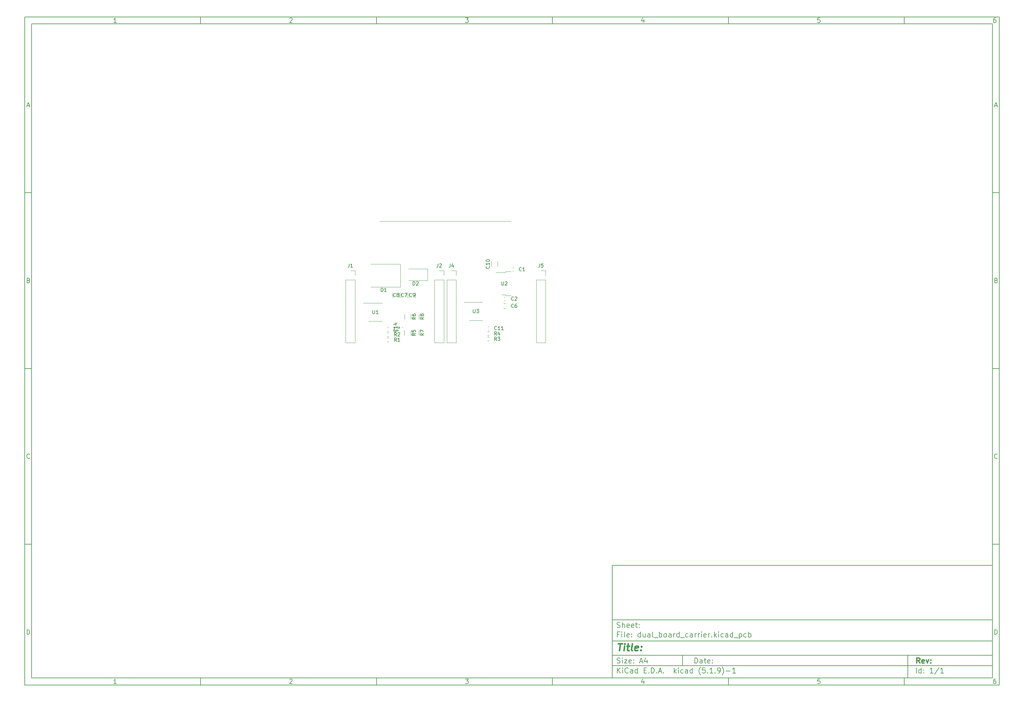
<source format=gbr>
%TF.GenerationSoftware,KiCad,Pcbnew,(5.1.9)-1*%
%TF.CreationDate,2021-01-23T10:55:32-06:00*%
%TF.ProjectId,dual_board_carrier,6475616c-5f62-46f6-9172-645f63617272,rev?*%
%TF.SameCoordinates,Original*%
%TF.FileFunction,Legend,Top*%
%TF.FilePolarity,Positive*%
%FSLAX46Y46*%
G04 Gerber Fmt 4.6, Leading zero omitted, Abs format (unit mm)*
G04 Created by KiCad (PCBNEW (5.1.9)-1) date 2021-01-23 10:55:32*
%MOMM*%
%LPD*%
G01*
G04 APERTURE LIST*
%ADD10C,0.100000*%
%ADD11C,0.150000*%
%ADD12C,0.300000*%
%ADD13C,0.400000*%
%ADD14C,0.120000*%
%ADD15R,6.400000X5.800000*%
%ADD16R,2.200000X1.200000*%
%ADD17R,2.500000X3.300000*%
%ADD18O,1.700000X1.700000*%
%ADD19R,1.700000X1.700000*%
%ADD20C,2.200000*%
%ADD21C,4.000000*%
%ADD22R,2.500000X1.800000*%
G04 APERTURE END LIST*
D10*
D11*
X177002200Y-166007200D02*
X177002200Y-198007200D01*
X285002200Y-198007200D01*
X285002200Y-166007200D01*
X177002200Y-166007200D01*
D10*
D11*
X10000000Y-10000000D02*
X10000000Y-200007200D01*
X287002200Y-200007200D01*
X287002200Y-10000000D01*
X10000000Y-10000000D01*
D10*
D11*
X12000000Y-12000000D02*
X12000000Y-198007200D01*
X285002200Y-198007200D01*
X285002200Y-12000000D01*
X12000000Y-12000000D01*
D10*
D11*
X60000000Y-12000000D02*
X60000000Y-10000000D01*
D10*
D11*
X110000000Y-12000000D02*
X110000000Y-10000000D01*
D10*
D11*
X160000000Y-12000000D02*
X160000000Y-10000000D01*
D10*
D11*
X210000000Y-12000000D02*
X210000000Y-10000000D01*
D10*
D11*
X260000000Y-12000000D02*
X260000000Y-10000000D01*
D10*
D11*
X36065476Y-11588095D02*
X35322619Y-11588095D01*
X35694047Y-11588095D02*
X35694047Y-10288095D01*
X35570238Y-10473809D01*
X35446428Y-10597619D01*
X35322619Y-10659523D01*
D10*
D11*
X85322619Y-10411904D02*
X85384523Y-10350000D01*
X85508333Y-10288095D01*
X85817857Y-10288095D01*
X85941666Y-10350000D01*
X86003571Y-10411904D01*
X86065476Y-10535714D01*
X86065476Y-10659523D01*
X86003571Y-10845238D01*
X85260714Y-11588095D01*
X86065476Y-11588095D01*
D10*
D11*
X135260714Y-10288095D02*
X136065476Y-10288095D01*
X135632142Y-10783333D01*
X135817857Y-10783333D01*
X135941666Y-10845238D01*
X136003571Y-10907142D01*
X136065476Y-11030952D01*
X136065476Y-11340476D01*
X136003571Y-11464285D01*
X135941666Y-11526190D01*
X135817857Y-11588095D01*
X135446428Y-11588095D01*
X135322619Y-11526190D01*
X135260714Y-11464285D01*
D10*
D11*
X185941666Y-10721428D02*
X185941666Y-11588095D01*
X185632142Y-10226190D02*
X185322619Y-11154761D01*
X186127380Y-11154761D01*
D10*
D11*
X236003571Y-10288095D02*
X235384523Y-10288095D01*
X235322619Y-10907142D01*
X235384523Y-10845238D01*
X235508333Y-10783333D01*
X235817857Y-10783333D01*
X235941666Y-10845238D01*
X236003571Y-10907142D01*
X236065476Y-11030952D01*
X236065476Y-11340476D01*
X236003571Y-11464285D01*
X235941666Y-11526190D01*
X235817857Y-11588095D01*
X235508333Y-11588095D01*
X235384523Y-11526190D01*
X235322619Y-11464285D01*
D10*
D11*
X285941666Y-10288095D02*
X285694047Y-10288095D01*
X285570238Y-10350000D01*
X285508333Y-10411904D01*
X285384523Y-10597619D01*
X285322619Y-10845238D01*
X285322619Y-11340476D01*
X285384523Y-11464285D01*
X285446428Y-11526190D01*
X285570238Y-11588095D01*
X285817857Y-11588095D01*
X285941666Y-11526190D01*
X286003571Y-11464285D01*
X286065476Y-11340476D01*
X286065476Y-11030952D01*
X286003571Y-10907142D01*
X285941666Y-10845238D01*
X285817857Y-10783333D01*
X285570238Y-10783333D01*
X285446428Y-10845238D01*
X285384523Y-10907142D01*
X285322619Y-11030952D01*
D10*
D11*
X60000000Y-198007200D02*
X60000000Y-200007200D01*
D10*
D11*
X110000000Y-198007200D02*
X110000000Y-200007200D01*
D10*
D11*
X160000000Y-198007200D02*
X160000000Y-200007200D01*
D10*
D11*
X210000000Y-198007200D02*
X210000000Y-200007200D01*
D10*
D11*
X260000000Y-198007200D02*
X260000000Y-200007200D01*
D10*
D11*
X36065476Y-199595295D02*
X35322619Y-199595295D01*
X35694047Y-199595295D02*
X35694047Y-198295295D01*
X35570238Y-198481009D01*
X35446428Y-198604819D01*
X35322619Y-198666723D01*
D10*
D11*
X85322619Y-198419104D02*
X85384523Y-198357200D01*
X85508333Y-198295295D01*
X85817857Y-198295295D01*
X85941666Y-198357200D01*
X86003571Y-198419104D01*
X86065476Y-198542914D01*
X86065476Y-198666723D01*
X86003571Y-198852438D01*
X85260714Y-199595295D01*
X86065476Y-199595295D01*
D10*
D11*
X135260714Y-198295295D02*
X136065476Y-198295295D01*
X135632142Y-198790533D01*
X135817857Y-198790533D01*
X135941666Y-198852438D01*
X136003571Y-198914342D01*
X136065476Y-199038152D01*
X136065476Y-199347676D01*
X136003571Y-199471485D01*
X135941666Y-199533390D01*
X135817857Y-199595295D01*
X135446428Y-199595295D01*
X135322619Y-199533390D01*
X135260714Y-199471485D01*
D10*
D11*
X185941666Y-198728628D02*
X185941666Y-199595295D01*
X185632142Y-198233390D02*
X185322619Y-199161961D01*
X186127380Y-199161961D01*
D10*
D11*
X236003571Y-198295295D02*
X235384523Y-198295295D01*
X235322619Y-198914342D01*
X235384523Y-198852438D01*
X235508333Y-198790533D01*
X235817857Y-198790533D01*
X235941666Y-198852438D01*
X236003571Y-198914342D01*
X236065476Y-199038152D01*
X236065476Y-199347676D01*
X236003571Y-199471485D01*
X235941666Y-199533390D01*
X235817857Y-199595295D01*
X235508333Y-199595295D01*
X235384523Y-199533390D01*
X235322619Y-199471485D01*
D10*
D11*
X285941666Y-198295295D02*
X285694047Y-198295295D01*
X285570238Y-198357200D01*
X285508333Y-198419104D01*
X285384523Y-198604819D01*
X285322619Y-198852438D01*
X285322619Y-199347676D01*
X285384523Y-199471485D01*
X285446428Y-199533390D01*
X285570238Y-199595295D01*
X285817857Y-199595295D01*
X285941666Y-199533390D01*
X286003571Y-199471485D01*
X286065476Y-199347676D01*
X286065476Y-199038152D01*
X286003571Y-198914342D01*
X285941666Y-198852438D01*
X285817857Y-198790533D01*
X285570238Y-198790533D01*
X285446428Y-198852438D01*
X285384523Y-198914342D01*
X285322619Y-199038152D01*
D10*
D11*
X10000000Y-60000000D02*
X12000000Y-60000000D01*
D10*
D11*
X10000000Y-110000000D02*
X12000000Y-110000000D01*
D10*
D11*
X10000000Y-160000000D02*
X12000000Y-160000000D01*
D10*
D11*
X10690476Y-35216666D02*
X11309523Y-35216666D01*
X10566666Y-35588095D02*
X11000000Y-34288095D01*
X11433333Y-35588095D01*
D10*
D11*
X11092857Y-84907142D02*
X11278571Y-84969047D01*
X11340476Y-85030952D01*
X11402380Y-85154761D01*
X11402380Y-85340476D01*
X11340476Y-85464285D01*
X11278571Y-85526190D01*
X11154761Y-85588095D01*
X10659523Y-85588095D01*
X10659523Y-84288095D01*
X11092857Y-84288095D01*
X11216666Y-84350000D01*
X11278571Y-84411904D01*
X11340476Y-84535714D01*
X11340476Y-84659523D01*
X11278571Y-84783333D01*
X11216666Y-84845238D01*
X11092857Y-84907142D01*
X10659523Y-84907142D01*
D10*
D11*
X11402380Y-135464285D02*
X11340476Y-135526190D01*
X11154761Y-135588095D01*
X11030952Y-135588095D01*
X10845238Y-135526190D01*
X10721428Y-135402380D01*
X10659523Y-135278571D01*
X10597619Y-135030952D01*
X10597619Y-134845238D01*
X10659523Y-134597619D01*
X10721428Y-134473809D01*
X10845238Y-134350000D01*
X11030952Y-134288095D01*
X11154761Y-134288095D01*
X11340476Y-134350000D01*
X11402380Y-134411904D01*
D10*
D11*
X10659523Y-185588095D02*
X10659523Y-184288095D01*
X10969047Y-184288095D01*
X11154761Y-184350000D01*
X11278571Y-184473809D01*
X11340476Y-184597619D01*
X11402380Y-184845238D01*
X11402380Y-185030952D01*
X11340476Y-185278571D01*
X11278571Y-185402380D01*
X11154761Y-185526190D01*
X10969047Y-185588095D01*
X10659523Y-185588095D01*
D10*
D11*
X287002200Y-60000000D02*
X285002200Y-60000000D01*
D10*
D11*
X287002200Y-110000000D02*
X285002200Y-110000000D01*
D10*
D11*
X287002200Y-160000000D02*
X285002200Y-160000000D01*
D10*
D11*
X285692676Y-35216666D02*
X286311723Y-35216666D01*
X285568866Y-35588095D02*
X286002200Y-34288095D01*
X286435533Y-35588095D01*
D10*
D11*
X286095057Y-84907142D02*
X286280771Y-84969047D01*
X286342676Y-85030952D01*
X286404580Y-85154761D01*
X286404580Y-85340476D01*
X286342676Y-85464285D01*
X286280771Y-85526190D01*
X286156961Y-85588095D01*
X285661723Y-85588095D01*
X285661723Y-84288095D01*
X286095057Y-84288095D01*
X286218866Y-84350000D01*
X286280771Y-84411904D01*
X286342676Y-84535714D01*
X286342676Y-84659523D01*
X286280771Y-84783333D01*
X286218866Y-84845238D01*
X286095057Y-84907142D01*
X285661723Y-84907142D01*
D10*
D11*
X286404580Y-135464285D02*
X286342676Y-135526190D01*
X286156961Y-135588095D01*
X286033152Y-135588095D01*
X285847438Y-135526190D01*
X285723628Y-135402380D01*
X285661723Y-135278571D01*
X285599819Y-135030952D01*
X285599819Y-134845238D01*
X285661723Y-134597619D01*
X285723628Y-134473809D01*
X285847438Y-134350000D01*
X286033152Y-134288095D01*
X286156961Y-134288095D01*
X286342676Y-134350000D01*
X286404580Y-134411904D01*
D10*
D11*
X285661723Y-185588095D02*
X285661723Y-184288095D01*
X285971247Y-184288095D01*
X286156961Y-184350000D01*
X286280771Y-184473809D01*
X286342676Y-184597619D01*
X286404580Y-184845238D01*
X286404580Y-185030952D01*
X286342676Y-185278571D01*
X286280771Y-185402380D01*
X286156961Y-185526190D01*
X285971247Y-185588095D01*
X285661723Y-185588095D01*
D10*
D11*
X200434342Y-193785771D02*
X200434342Y-192285771D01*
X200791485Y-192285771D01*
X201005771Y-192357200D01*
X201148628Y-192500057D01*
X201220057Y-192642914D01*
X201291485Y-192928628D01*
X201291485Y-193142914D01*
X201220057Y-193428628D01*
X201148628Y-193571485D01*
X201005771Y-193714342D01*
X200791485Y-193785771D01*
X200434342Y-193785771D01*
X202577200Y-193785771D02*
X202577200Y-193000057D01*
X202505771Y-192857200D01*
X202362914Y-192785771D01*
X202077200Y-192785771D01*
X201934342Y-192857200D01*
X202577200Y-193714342D02*
X202434342Y-193785771D01*
X202077200Y-193785771D01*
X201934342Y-193714342D01*
X201862914Y-193571485D01*
X201862914Y-193428628D01*
X201934342Y-193285771D01*
X202077200Y-193214342D01*
X202434342Y-193214342D01*
X202577200Y-193142914D01*
X203077200Y-192785771D02*
X203648628Y-192785771D01*
X203291485Y-192285771D02*
X203291485Y-193571485D01*
X203362914Y-193714342D01*
X203505771Y-193785771D01*
X203648628Y-193785771D01*
X204720057Y-193714342D02*
X204577200Y-193785771D01*
X204291485Y-193785771D01*
X204148628Y-193714342D01*
X204077200Y-193571485D01*
X204077200Y-193000057D01*
X204148628Y-192857200D01*
X204291485Y-192785771D01*
X204577200Y-192785771D01*
X204720057Y-192857200D01*
X204791485Y-193000057D01*
X204791485Y-193142914D01*
X204077200Y-193285771D01*
X205434342Y-193642914D02*
X205505771Y-193714342D01*
X205434342Y-193785771D01*
X205362914Y-193714342D01*
X205434342Y-193642914D01*
X205434342Y-193785771D01*
X205434342Y-192857200D02*
X205505771Y-192928628D01*
X205434342Y-193000057D01*
X205362914Y-192928628D01*
X205434342Y-192857200D01*
X205434342Y-193000057D01*
D10*
D11*
X177002200Y-194507200D02*
X285002200Y-194507200D01*
D10*
D11*
X178434342Y-196585771D02*
X178434342Y-195085771D01*
X179291485Y-196585771D02*
X178648628Y-195728628D01*
X179291485Y-195085771D02*
X178434342Y-195942914D01*
X179934342Y-196585771D02*
X179934342Y-195585771D01*
X179934342Y-195085771D02*
X179862914Y-195157200D01*
X179934342Y-195228628D01*
X180005771Y-195157200D01*
X179934342Y-195085771D01*
X179934342Y-195228628D01*
X181505771Y-196442914D02*
X181434342Y-196514342D01*
X181220057Y-196585771D01*
X181077200Y-196585771D01*
X180862914Y-196514342D01*
X180720057Y-196371485D01*
X180648628Y-196228628D01*
X180577200Y-195942914D01*
X180577200Y-195728628D01*
X180648628Y-195442914D01*
X180720057Y-195300057D01*
X180862914Y-195157200D01*
X181077200Y-195085771D01*
X181220057Y-195085771D01*
X181434342Y-195157200D01*
X181505771Y-195228628D01*
X182791485Y-196585771D02*
X182791485Y-195800057D01*
X182720057Y-195657200D01*
X182577200Y-195585771D01*
X182291485Y-195585771D01*
X182148628Y-195657200D01*
X182791485Y-196514342D02*
X182648628Y-196585771D01*
X182291485Y-196585771D01*
X182148628Y-196514342D01*
X182077200Y-196371485D01*
X182077200Y-196228628D01*
X182148628Y-196085771D01*
X182291485Y-196014342D01*
X182648628Y-196014342D01*
X182791485Y-195942914D01*
X184148628Y-196585771D02*
X184148628Y-195085771D01*
X184148628Y-196514342D02*
X184005771Y-196585771D01*
X183720057Y-196585771D01*
X183577200Y-196514342D01*
X183505771Y-196442914D01*
X183434342Y-196300057D01*
X183434342Y-195871485D01*
X183505771Y-195728628D01*
X183577200Y-195657200D01*
X183720057Y-195585771D01*
X184005771Y-195585771D01*
X184148628Y-195657200D01*
X186005771Y-195800057D02*
X186505771Y-195800057D01*
X186720057Y-196585771D02*
X186005771Y-196585771D01*
X186005771Y-195085771D01*
X186720057Y-195085771D01*
X187362914Y-196442914D02*
X187434342Y-196514342D01*
X187362914Y-196585771D01*
X187291485Y-196514342D01*
X187362914Y-196442914D01*
X187362914Y-196585771D01*
X188077200Y-196585771D02*
X188077200Y-195085771D01*
X188434342Y-195085771D01*
X188648628Y-195157200D01*
X188791485Y-195300057D01*
X188862914Y-195442914D01*
X188934342Y-195728628D01*
X188934342Y-195942914D01*
X188862914Y-196228628D01*
X188791485Y-196371485D01*
X188648628Y-196514342D01*
X188434342Y-196585771D01*
X188077200Y-196585771D01*
X189577200Y-196442914D02*
X189648628Y-196514342D01*
X189577200Y-196585771D01*
X189505771Y-196514342D01*
X189577200Y-196442914D01*
X189577200Y-196585771D01*
X190220057Y-196157200D02*
X190934342Y-196157200D01*
X190077200Y-196585771D02*
X190577200Y-195085771D01*
X191077200Y-196585771D01*
X191577200Y-196442914D02*
X191648628Y-196514342D01*
X191577200Y-196585771D01*
X191505771Y-196514342D01*
X191577200Y-196442914D01*
X191577200Y-196585771D01*
X194577200Y-196585771D02*
X194577200Y-195085771D01*
X194720057Y-196014342D02*
X195148628Y-196585771D01*
X195148628Y-195585771D02*
X194577200Y-196157200D01*
X195791485Y-196585771D02*
X195791485Y-195585771D01*
X195791485Y-195085771D02*
X195720057Y-195157200D01*
X195791485Y-195228628D01*
X195862914Y-195157200D01*
X195791485Y-195085771D01*
X195791485Y-195228628D01*
X197148628Y-196514342D02*
X197005771Y-196585771D01*
X196720057Y-196585771D01*
X196577200Y-196514342D01*
X196505771Y-196442914D01*
X196434342Y-196300057D01*
X196434342Y-195871485D01*
X196505771Y-195728628D01*
X196577200Y-195657200D01*
X196720057Y-195585771D01*
X197005771Y-195585771D01*
X197148628Y-195657200D01*
X198434342Y-196585771D02*
X198434342Y-195800057D01*
X198362914Y-195657200D01*
X198220057Y-195585771D01*
X197934342Y-195585771D01*
X197791485Y-195657200D01*
X198434342Y-196514342D02*
X198291485Y-196585771D01*
X197934342Y-196585771D01*
X197791485Y-196514342D01*
X197720057Y-196371485D01*
X197720057Y-196228628D01*
X197791485Y-196085771D01*
X197934342Y-196014342D01*
X198291485Y-196014342D01*
X198434342Y-195942914D01*
X199791485Y-196585771D02*
X199791485Y-195085771D01*
X199791485Y-196514342D02*
X199648628Y-196585771D01*
X199362914Y-196585771D01*
X199220057Y-196514342D01*
X199148628Y-196442914D01*
X199077200Y-196300057D01*
X199077200Y-195871485D01*
X199148628Y-195728628D01*
X199220057Y-195657200D01*
X199362914Y-195585771D01*
X199648628Y-195585771D01*
X199791485Y-195657200D01*
X202077200Y-197157200D02*
X202005771Y-197085771D01*
X201862914Y-196871485D01*
X201791485Y-196728628D01*
X201720057Y-196514342D01*
X201648628Y-196157200D01*
X201648628Y-195871485D01*
X201720057Y-195514342D01*
X201791485Y-195300057D01*
X201862914Y-195157200D01*
X202005771Y-194942914D01*
X202077200Y-194871485D01*
X203362914Y-195085771D02*
X202648628Y-195085771D01*
X202577200Y-195800057D01*
X202648628Y-195728628D01*
X202791485Y-195657200D01*
X203148628Y-195657200D01*
X203291485Y-195728628D01*
X203362914Y-195800057D01*
X203434342Y-195942914D01*
X203434342Y-196300057D01*
X203362914Y-196442914D01*
X203291485Y-196514342D01*
X203148628Y-196585771D01*
X202791485Y-196585771D01*
X202648628Y-196514342D01*
X202577200Y-196442914D01*
X204077200Y-196442914D02*
X204148628Y-196514342D01*
X204077200Y-196585771D01*
X204005771Y-196514342D01*
X204077200Y-196442914D01*
X204077200Y-196585771D01*
X205577200Y-196585771D02*
X204720057Y-196585771D01*
X205148628Y-196585771D02*
X205148628Y-195085771D01*
X205005771Y-195300057D01*
X204862914Y-195442914D01*
X204720057Y-195514342D01*
X206220057Y-196442914D02*
X206291485Y-196514342D01*
X206220057Y-196585771D01*
X206148628Y-196514342D01*
X206220057Y-196442914D01*
X206220057Y-196585771D01*
X207005771Y-196585771D02*
X207291485Y-196585771D01*
X207434342Y-196514342D01*
X207505771Y-196442914D01*
X207648628Y-196228628D01*
X207720057Y-195942914D01*
X207720057Y-195371485D01*
X207648628Y-195228628D01*
X207577200Y-195157200D01*
X207434342Y-195085771D01*
X207148628Y-195085771D01*
X207005771Y-195157200D01*
X206934342Y-195228628D01*
X206862914Y-195371485D01*
X206862914Y-195728628D01*
X206934342Y-195871485D01*
X207005771Y-195942914D01*
X207148628Y-196014342D01*
X207434342Y-196014342D01*
X207577200Y-195942914D01*
X207648628Y-195871485D01*
X207720057Y-195728628D01*
X208220057Y-197157200D02*
X208291485Y-197085771D01*
X208434342Y-196871485D01*
X208505771Y-196728628D01*
X208577200Y-196514342D01*
X208648628Y-196157200D01*
X208648628Y-195871485D01*
X208577200Y-195514342D01*
X208505771Y-195300057D01*
X208434342Y-195157200D01*
X208291485Y-194942914D01*
X208220057Y-194871485D01*
X209362914Y-196014342D02*
X210505771Y-196014342D01*
X212005771Y-196585771D02*
X211148628Y-196585771D01*
X211577200Y-196585771D02*
X211577200Y-195085771D01*
X211434342Y-195300057D01*
X211291485Y-195442914D01*
X211148628Y-195514342D01*
D10*
D11*
X177002200Y-191507200D02*
X285002200Y-191507200D01*
D10*
D12*
X264411485Y-193785771D02*
X263911485Y-193071485D01*
X263554342Y-193785771D02*
X263554342Y-192285771D01*
X264125771Y-192285771D01*
X264268628Y-192357200D01*
X264340057Y-192428628D01*
X264411485Y-192571485D01*
X264411485Y-192785771D01*
X264340057Y-192928628D01*
X264268628Y-193000057D01*
X264125771Y-193071485D01*
X263554342Y-193071485D01*
X265625771Y-193714342D02*
X265482914Y-193785771D01*
X265197200Y-193785771D01*
X265054342Y-193714342D01*
X264982914Y-193571485D01*
X264982914Y-193000057D01*
X265054342Y-192857200D01*
X265197200Y-192785771D01*
X265482914Y-192785771D01*
X265625771Y-192857200D01*
X265697200Y-193000057D01*
X265697200Y-193142914D01*
X264982914Y-193285771D01*
X266197200Y-192785771D02*
X266554342Y-193785771D01*
X266911485Y-192785771D01*
X267482914Y-193642914D02*
X267554342Y-193714342D01*
X267482914Y-193785771D01*
X267411485Y-193714342D01*
X267482914Y-193642914D01*
X267482914Y-193785771D01*
X267482914Y-192857200D02*
X267554342Y-192928628D01*
X267482914Y-193000057D01*
X267411485Y-192928628D01*
X267482914Y-192857200D01*
X267482914Y-193000057D01*
D10*
D11*
X178362914Y-193714342D02*
X178577200Y-193785771D01*
X178934342Y-193785771D01*
X179077200Y-193714342D01*
X179148628Y-193642914D01*
X179220057Y-193500057D01*
X179220057Y-193357200D01*
X179148628Y-193214342D01*
X179077200Y-193142914D01*
X178934342Y-193071485D01*
X178648628Y-193000057D01*
X178505771Y-192928628D01*
X178434342Y-192857200D01*
X178362914Y-192714342D01*
X178362914Y-192571485D01*
X178434342Y-192428628D01*
X178505771Y-192357200D01*
X178648628Y-192285771D01*
X179005771Y-192285771D01*
X179220057Y-192357200D01*
X179862914Y-193785771D02*
X179862914Y-192785771D01*
X179862914Y-192285771D02*
X179791485Y-192357200D01*
X179862914Y-192428628D01*
X179934342Y-192357200D01*
X179862914Y-192285771D01*
X179862914Y-192428628D01*
X180434342Y-192785771D02*
X181220057Y-192785771D01*
X180434342Y-193785771D01*
X181220057Y-193785771D01*
X182362914Y-193714342D02*
X182220057Y-193785771D01*
X181934342Y-193785771D01*
X181791485Y-193714342D01*
X181720057Y-193571485D01*
X181720057Y-193000057D01*
X181791485Y-192857200D01*
X181934342Y-192785771D01*
X182220057Y-192785771D01*
X182362914Y-192857200D01*
X182434342Y-193000057D01*
X182434342Y-193142914D01*
X181720057Y-193285771D01*
X183077200Y-193642914D02*
X183148628Y-193714342D01*
X183077200Y-193785771D01*
X183005771Y-193714342D01*
X183077200Y-193642914D01*
X183077200Y-193785771D01*
X183077200Y-192857200D02*
X183148628Y-192928628D01*
X183077200Y-193000057D01*
X183005771Y-192928628D01*
X183077200Y-192857200D01*
X183077200Y-193000057D01*
X184862914Y-193357200D02*
X185577200Y-193357200D01*
X184720057Y-193785771D02*
X185220057Y-192285771D01*
X185720057Y-193785771D01*
X186862914Y-192785771D02*
X186862914Y-193785771D01*
X186505771Y-192214342D02*
X186148628Y-193285771D01*
X187077200Y-193285771D01*
D10*
D11*
X263434342Y-196585771D02*
X263434342Y-195085771D01*
X264791485Y-196585771D02*
X264791485Y-195085771D01*
X264791485Y-196514342D02*
X264648628Y-196585771D01*
X264362914Y-196585771D01*
X264220057Y-196514342D01*
X264148628Y-196442914D01*
X264077200Y-196300057D01*
X264077200Y-195871485D01*
X264148628Y-195728628D01*
X264220057Y-195657200D01*
X264362914Y-195585771D01*
X264648628Y-195585771D01*
X264791485Y-195657200D01*
X265505771Y-196442914D02*
X265577200Y-196514342D01*
X265505771Y-196585771D01*
X265434342Y-196514342D01*
X265505771Y-196442914D01*
X265505771Y-196585771D01*
X265505771Y-195657200D02*
X265577200Y-195728628D01*
X265505771Y-195800057D01*
X265434342Y-195728628D01*
X265505771Y-195657200D01*
X265505771Y-195800057D01*
X268148628Y-196585771D02*
X267291485Y-196585771D01*
X267720057Y-196585771D02*
X267720057Y-195085771D01*
X267577200Y-195300057D01*
X267434342Y-195442914D01*
X267291485Y-195514342D01*
X269862914Y-195014342D02*
X268577200Y-196942914D01*
X271148628Y-196585771D02*
X270291485Y-196585771D01*
X270720057Y-196585771D02*
X270720057Y-195085771D01*
X270577200Y-195300057D01*
X270434342Y-195442914D01*
X270291485Y-195514342D01*
D10*
D11*
X177002200Y-187507200D02*
X285002200Y-187507200D01*
D10*
D13*
X178714580Y-188211961D02*
X179857438Y-188211961D01*
X179036009Y-190211961D02*
X179286009Y-188211961D01*
X180274104Y-190211961D02*
X180440771Y-188878628D01*
X180524104Y-188211961D02*
X180416961Y-188307200D01*
X180500295Y-188402438D01*
X180607438Y-188307200D01*
X180524104Y-188211961D01*
X180500295Y-188402438D01*
X181107438Y-188878628D02*
X181869342Y-188878628D01*
X181476485Y-188211961D02*
X181262200Y-189926247D01*
X181333628Y-190116723D01*
X181512200Y-190211961D01*
X181702676Y-190211961D01*
X182655057Y-190211961D02*
X182476485Y-190116723D01*
X182405057Y-189926247D01*
X182619342Y-188211961D01*
X184190771Y-190116723D02*
X183988390Y-190211961D01*
X183607438Y-190211961D01*
X183428866Y-190116723D01*
X183357438Y-189926247D01*
X183452676Y-189164342D01*
X183571723Y-188973866D01*
X183774104Y-188878628D01*
X184155057Y-188878628D01*
X184333628Y-188973866D01*
X184405057Y-189164342D01*
X184381247Y-189354819D01*
X183405057Y-189545295D01*
X185155057Y-190021485D02*
X185238390Y-190116723D01*
X185131247Y-190211961D01*
X185047914Y-190116723D01*
X185155057Y-190021485D01*
X185131247Y-190211961D01*
X185286009Y-188973866D02*
X185369342Y-189069104D01*
X185262200Y-189164342D01*
X185178866Y-189069104D01*
X185286009Y-188973866D01*
X185262200Y-189164342D01*
D10*
D11*
X178934342Y-185600057D02*
X178434342Y-185600057D01*
X178434342Y-186385771D02*
X178434342Y-184885771D01*
X179148628Y-184885771D01*
X179720057Y-186385771D02*
X179720057Y-185385771D01*
X179720057Y-184885771D02*
X179648628Y-184957200D01*
X179720057Y-185028628D01*
X179791485Y-184957200D01*
X179720057Y-184885771D01*
X179720057Y-185028628D01*
X180648628Y-186385771D02*
X180505771Y-186314342D01*
X180434342Y-186171485D01*
X180434342Y-184885771D01*
X181791485Y-186314342D02*
X181648628Y-186385771D01*
X181362914Y-186385771D01*
X181220057Y-186314342D01*
X181148628Y-186171485D01*
X181148628Y-185600057D01*
X181220057Y-185457200D01*
X181362914Y-185385771D01*
X181648628Y-185385771D01*
X181791485Y-185457200D01*
X181862914Y-185600057D01*
X181862914Y-185742914D01*
X181148628Y-185885771D01*
X182505771Y-186242914D02*
X182577200Y-186314342D01*
X182505771Y-186385771D01*
X182434342Y-186314342D01*
X182505771Y-186242914D01*
X182505771Y-186385771D01*
X182505771Y-185457200D02*
X182577200Y-185528628D01*
X182505771Y-185600057D01*
X182434342Y-185528628D01*
X182505771Y-185457200D01*
X182505771Y-185600057D01*
X185005771Y-186385771D02*
X185005771Y-184885771D01*
X185005771Y-186314342D02*
X184862914Y-186385771D01*
X184577200Y-186385771D01*
X184434342Y-186314342D01*
X184362914Y-186242914D01*
X184291485Y-186100057D01*
X184291485Y-185671485D01*
X184362914Y-185528628D01*
X184434342Y-185457200D01*
X184577200Y-185385771D01*
X184862914Y-185385771D01*
X185005771Y-185457200D01*
X186362914Y-185385771D02*
X186362914Y-186385771D01*
X185720057Y-185385771D02*
X185720057Y-186171485D01*
X185791485Y-186314342D01*
X185934342Y-186385771D01*
X186148628Y-186385771D01*
X186291485Y-186314342D01*
X186362914Y-186242914D01*
X187720057Y-186385771D02*
X187720057Y-185600057D01*
X187648628Y-185457200D01*
X187505771Y-185385771D01*
X187220057Y-185385771D01*
X187077200Y-185457200D01*
X187720057Y-186314342D02*
X187577200Y-186385771D01*
X187220057Y-186385771D01*
X187077200Y-186314342D01*
X187005771Y-186171485D01*
X187005771Y-186028628D01*
X187077200Y-185885771D01*
X187220057Y-185814342D01*
X187577200Y-185814342D01*
X187720057Y-185742914D01*
X188648628Y-186385771D02*
X188505771Y-186314342D01*
X188434342Y-186171485D01*
X188434342Y-184885771D01*
X188862914Y-186528628D02*
X190005771Y-186528628D01*
X190362914Y-186385771D02*
X190362914Y-184885771D01*
X190362914Y-185457200D02*
X190505771Y-185385771D01*
X190791485Y-185385771D01*
X190934342Y-185457200D01*
X191005771Y-185528628D01*
X191077200Y-185671485D01*
X191077200Y-186100057D01*
X191005771Y-186242914D01*
X190934342Y-186314342D01*
X190791485Y-186385771D01*
X190505771Y-186385771D01*
X190362914Y-186314342D01*
X191934342Y-186385771D02*
X191791485Y-186314342D01*
X191720057Y-186242914D01*
X191648628Y-186100057D01*
X191648628Y-185671485D01*
X191720057Y-185528628D01*
X191791485Y-185457200D01*
X191934342Y-185385771D01*
X192148628Y-185385771D01*
X192291485Y-185457200D01*
X192362914Y-185528628D01*
X192434342Y-185671485D01*
X192434342Y-186100057D01*
X192362914Y-186242914D01*
X192291485Y-186314342D01*
X192148628Y-186385771D01*
X191934342Y-186385771D01*
X193720057Y-186385771D02*
X193720057Y-185600057D01*
X193648628Y-185457200D01*
X193505771Y-185385771D01*
X193220057Y-185385771D01*
X193077200Y-185457200D01*
X193720057Y-186314342D02*
X193577200Y-186385771D01*
X193220057Y-186385771D01*
X193077200Y-186314342D01*
X193005771Y-186171485D01*
X193005771Y-186028628D01*
X193077200Y-185885771D01*
X193220057Y-185814342D01*
X193577200Y-185814342D01*
X193720057Y-185742914D01*
X194434342Y-186385771D02*
X194434342Y-185385771D01*
X194434342Y-185671485D02*
X194505771Y-185528628D01*
X194577200Y-185457200D01*
X194720057Y-185385771D01*
X194862914Y-185385771D01*
X196005771Y-186385771D02*
X196005771Y-184885771D01*
X196005771Y-186314342D02*
X195862914Y-186385771D01*
X195577200Y-186385771D01*
X195434342Y-186314342D01*
X195362914Y-186242914D01*
X195291485Y-186100057D01*
X195291485Y-185671485D01*
X195362914Y-185528628D01*
X195434342Y-185457200D01*
X195577200Y-185385771D01*
X195862914Y-185385771D01*
X196005771Y-185457200D01*
X196362914Y-186528628D02*
X197505771Y-186528628D01*
X198505771Y-186314342D02*
X198362914Y-186385771D01*
X198077200Y-186385771D01*
X197934342Y-186314342D01*
X197862914Y-186242914D01*
X197791485Y-186100057D01*
X197791485Y-185671485D01*
X197862914Y-185528628D01*
X197934342Y-185457200D01*
X198077200Y-185385771D01*
X198362914Y-185385771D01*
X198505771Y-185457200D01*
X199791485Y-186385771D02*
X199791485Y-185600057D01*
X199720057Y-185457200D01*
X199577200Y-185385771D01*
X199291485Y-185385771D01*
X199148628Y-185457200D01*
X199791485Y-186314342D02*
X199648628Y-186385771D01*
X199291485Y-186385771D01*
X199148628Y-186314342D01*
X199077200Y-186171485D01*
X199077200Y-186028628D01*
X199148628Y-185885771D01*
X199291485Y-185814342D01*
X199648628Y-185814342D01*
X199791485Y-185742914D01*
X200505771Y-186385771D02*
X200505771Y-185385771D01*
X200505771Y-185671485D02*
X200577200Y-185528628D01*
X200648628Y-185457200D01*
X200791485Y-185385771D01*
X200934342Y-185385771D01*
X201434342Y-186385771D02*
X201434342Y-185385771D01*
X201434342Y-185671485D02*
X201505771Y-185528628D01*
X201577200Y-185457200D01*
X201720057Y-185385771D01*
X201862914Y-185385771D01*
X202362914Y-186385771D02*
X202362914Y-185385771D01*
X202362914Y-184885771D02*
X202291485Y-184957200D01*
X202362914Y-185028628D01*
X202434342Y-184957200D01*
X202362914Y-184885771D01*
X202362914Y-185028628D01*
X203648628Y-186314342D02*
X203505771Y-186385771D01*
X203220057Y-186385771D01*
X203077200Y-186314342D01*
X203005771Y-186171485D01*
X203005771Y-185600057D01*
X203077200Y-185457200D01*
X203220057Y-185385771D01*
X203505771Y-185385771D01*
X203648628Y-185457200D01*
X203720057Y-185600057D01*
X203720057Y-185742914D01*
X203005771Y-185885771D01*
X204362914Y-186385771D02*
X204362914Y-185385771D01*
X204362914Y-185671485D02*
X204434342Y-185528628D01*
X204505771Y-185457200D01*
X204648628Y-185385771D01*
X204791485Y-185385771D01*
X205291485Y-186242914D02*
X205362914Y-186314342D01*
X205291485Y-186385771D01*
X205220057Y-186314342D01*
X205291485Y-186242914D01*
X205291485Y-186385771D01*
X206005771Y-186385771D02*
X206005771Y-184885771D01*
X206148628Y-185814342D02*
X206577200Y-186385771D01*
X206577200Y-185385771D02*
X206005771Y-185957200D01*
X207220057Y-186385771D02*
X207220057Y-185385771D01*
X207220057Y-184885771D02*
X207148628Y-184957200D01*
X207220057Y-185028628D01*
X207291485Y-184957200D01*
X207220057Y-184885771D01*
X207220057Y-185028628D01*
X208577200Y-186314342D02*
X208434342Y-186385771D01*
X208148628Y-186385771D01*
X208005771Y-186314342D01*
X207934342Y-186242914D01*
X207862914Y-186100057D01*
X207862914Y-185671485D01*
X207934342Y-185528628D01*
X208005771Y-185457200D01*
X208148628Y-185385771D01*
X208434342Y-185385771D01*
X208577200Y-185457200D01*
X209862914Y-186385771D02*
X209862914Y-185600057D01*
X209791485Y-185457200D01*
X209648628Y-185385771D01*
X209362914Y-185385771D01*
X209220057Y-185457200D01*
X209862914Y-186314342D02*
X209720057Y-186385771D01*
X209362914Y-186385771D01*
X209220057Y-186314342D01*
X209148628Y-186171485D01*
X209148628Y-186028628D01*
X209220057Y-185885771D01*
X209362914Y-185814342D01*
X209720057Y-185814342D01*
X209862914Y-185742914D01*
X211220057Y-186385771D02*
X211220057Y-184885771D01*
X211220057Y-186314342D02*
X211077200Y-186385771D01*
X210791485Y-186385771D01*
X210648628Y-186314342D01*
X210577200Y-186242914D01*
X210505771Y-186100057D01*
X210505771Y-185671485D01*
X210577200Y-185528628D01*
X210648628Y-185457200D01*
X210791485Y-185385771D01*
X211077200Y-185385771D01*
X211220057Y-185457200D01*
X211577200Y-186528628D02*
X212720057Y-186528628D01*
X213077200Y-185385771D02*
X213077200Y-186885771D01*
X213077200Y-185457200D02*
X213220057Y-185385771D01*
X213505771Y-185385771D01*
X213648628Y-185457200D01*
X213720057Y-185528628D01*
X213791485Y-185671485D01*
X213791485Y-186100057D01*
X213720057Y-186242914D01*
X213648628Y-186314342D01*
X213505771Y-186385771D01*
X213220057Y-186385771D01*
X213077200Y-186314342D01*
X215077200Y-186314342D02*
X214934342Y-186385771D01*
X214648628Y-186385771D01*
X214505771Y-186314342D01*
X214434342Y-186242914D01*
X214362914Y-186100057D01*
X214362914Y-185671485D01*
X214434342Y-185528628D01*
X214505771Y-185457200D01*
X214648628Y-185385771D01*
X214934342Y-185385771D01*
X215077200Y-185457200D01*
X215720057Y-186385771D02*
X215720057Y-184885771D01*
X215720057Y-185457200D02*
X215862914Y-185385771D01*
X216148628Y-185385771D01*
X216291485Y-185457200D01*
X216362914Y-185528628D01*
X216434342Y-185671485D01*
X216434342Y-186100057D01*
X216362914Y-186242914D01*
X216291485Y-186314342D01*
X216148628Y-186385771D01*
X215862914Y-186385771D01*
X215720057Y-186314342D01*
D10*
D11*
X177002200Y-181507200D02*
X285002200Y-181507200D01*
D10*
D11*
X178362914Y-183614342D02*
X178577200Y-183685771D01*
X178934342Y-183685771D01*
X179077200Y-183614342D01*
X179148628Y-183542914D01*
X179220057Y-183400057D01*
X179220057Y-183257200D01*
X179148628Y-183114342D01*
X179077200Y-183042914D01*
X178934342Y-182971485D01*
X178648628Y-182900057D01*
X178505771Y-182828628D01*
X178434342Y-182757200D01*
X178362914Y-182614342D01*
X178362914Y-182471485D01*
X178434342Y-182328628D01*
X178505771Y-182257200D01*
X178648628Y-182185771D01*
X179005771Y-182185771D01*
X179220057Y-182257200D01*
X179862914Y-183685771D02*
X179862914Y-182185771D01*
X180505771Y-183685771D02*
X180505771Y-182900057D01*
X180434342Y-182757200D01*
X180291485Y-182685771D01*
X180077200Y-182685771D01*
X179934342Y-182757200D01*
X179862914Y-182828628D01*
X181791485Y-183614342D02*
X181648628Y-183685771D01*
X181362914Y-183685771D01*
X181220057Y-183614342D01*
X181148628Y-183471485D01*
X181148628Y-182900057D01*
X181220057Y-182757200D01*
X181362914Y-182685771D01*
X181648628Y-182685771D01*
X181791485Y-182757200D01*
X181862914Y-182900057D01*
X181862914Y-183042914D01*
X181148628Y-183185771D01*
X183077200Y-183614342D02*
X182934342Y-183685771D01*
X182648628Y-183685771D01*
X182505771Y-183614342D01*
X182434342Y-183471485D01*
X182434342Y-182900057D01*
X182505771Y-182757200D01*
X182648628Y-182685771D01*
X182934342Y-182685771D01*
X183077200Y-182757200D01*
X183148628Y-182900057D01*
X183148628Y-183042914D01*
X182434342Y-183185771D01*
X183577200Y-182685771D02*
X184148628Y-182685771D01*
X183791485Y-182185771D02*
X183791485Y-183471485D01*
X183862914Y-183614342D01*
X184005771Y-183685771D01*
X184148628Y-183685771D01*
X184648628Y-183542914D02*
X184720057Y-183614342D01*
X184648628Y-183685771D01*
X184577200Y-183614342D01*
X184648628Y-183542914D01*
X184648628Y-183685771D01*
X184648628Y-182757200D02*
X184720057Y-182828628D01*
X184648628Y-182900057D01*
X184577200Y-182828628D01*
X184648628Y-182757200D01*
X184648628Y-182900057D01*
D10*
D11*
X197002200Y-191507200D02*
X197002200Y-194507200D01*
D10*
D11*
X261002200Y-191507200D02*
X261002200Y-198007200D01*
D14*
%TO.C,U2*%
X148184000Y-82402000D02*
X146684000Y-82402000D01*
X146684000Y-82402000D02*
X146684000Y-82672000D01*
X146684000Y-82672000D02*
X143854000Y-82672000D01*
X148184000Y-89302000D02*
X146684000Y-89302000D01*
X146684000Y-89302000D02*
X146684000Y-89032000D01*
X146684000Y-89032000D02*
X145584000Y-89032000D01*
%TO.C,R8*%
X120248000Y-94522936D02*
X120248000Y-95977064D01*
X122068000Y-94522936D02*
X122068000Y-95977064D01*
%TO.C,R7*%
X120248000Y-99094936D02*
X120248000Y-100549064D01*
X122068000Y-99094936D02*
X122068000Y-100549064D01*
%TO.C,R6*%
X117962000Y-94522936D02*
X117962000Y-95977064D01*
X119782000Y-94522936D02*
X119782000Y-95977064D01*
%TO.C,R5*%
X117925001Y-99113935D02*
X117925001Y-100568063D01*
X119745001Y-99113935D02*
X119745001Y-100568063D01*
%TO.C,R1*%
X113465258Y-102376500D02*
X112990742Y-102376500D01*
X113465258Y-101331500D02*
X112990742Y-101331500D01*
%TO.C,D1*%
X116814000Y-86816000D02*
X108414000Y-86816000D01*
X116814000Y-80316000D02*
X108414000Y-80316000D01*
X116814000Y-80316000D02*
X116814000Y-86816000D01*
%TO.C,U3*%
X138232000Y-96286000D02*
X140182000Y-96286000D01*
X138232000Y-96286000D02*
X136282000Y-96286000D01*
X138232000Y-91166000D02*
X140182000Y-91166000D01*
X138232000Y-91166000D02*
X134782000Y-91166000D01*
%TO.C,U1*%
X109672000Y-96540000D02*
X111622000Y-96540000D01*
X109672000Y-96540000D02*
X107722000Y-96540000D01*
X109672000Y-91420000D02*
X111622000Y-91420000D01*
X109672000Y-91420000D02*
X106222000Y-91420000D01*
%TO.C,R4*%
X141550742Y-99553500D02*
X142025258Y-99553500D01*
X141550742Y-100598500D02*
X142025258Y-100598500D01*
%TO.C,R3*%
X142025258Y-102122500D02*
X141550742Y-102122500D01*
X142025258Y-101077500D02*
X141550742Y-101077500D01*
%TO.C,R2*%
X112990742Y-99807500D02*
X113465258Y-99807500D01*
X112990742Y-100852500D02*
X113465258Y-100852500D01*
%TO.C,J5*%
X155360000Y-84770000D02*
X158020000Y-84770000D01*
X155360000Y-84770000D02*
X155360000Y-102610000D01*
X155360000Y-102610000D02*
X158020000Y-102610000D01*
X158020000Y-84770000D02*
X158020000Y-102610000D01*
X158020000Y-82170000D02*
X158020000Y-83500000D01*
X156690000Y-82170000D02*
X158020000Y-82170000D01*
%TO.C,J4*%
X129960000Y-84770000D02*
X132620000Y-84770000D01*
X129960000Y-84770000D02*
X129960000Y-102610000D01*
X129960000Y-102610000D02*
X132620000Y-102610000D01*
X132620000Y-84770000D02*
X132620000Y-102610000D01*
X132620000Y-82170000D02*
X132620000Y-83500000D01*
X131290000Y-82170000D02*
X132620000Y-82170000D01*
%TO.C,J3*%
X148190000Y-68072000D02*
X110890000Y-68072000D01*
%TO.C,J2*%
X126460000Y-84770000D02*
X129120000Y-84770000D01*
X126460000Y-84770000D02*
X126460000Y-102610000D01*
X126460000Y-102610000D02*
X129120000Y-102610000D01*
X129120000Y-84770000D02*
X129120000Y-102610000D01*
X129120000Y-82170000D02*
X129120000Y-83500000D01*
X127790000Y-82170000D02*
X129120000Y-82170000D01*
%TO.C,J1*%
X101230000Y-84770000D02*
X103890000Y-84770000D01*
X101230000Y-84770000D02*
X101230000Y-102610000D01*
X101230000Y-102610000D02*
X103890000Y-102610000D01*
X103890000Y-84770000D02*
X103890000Y-102610000D01*
X103890000Y-82170000D02*
X103890000Y-83500000D01*
X102560000Y-82170000D02*
X103890000Y-82170000D01*
%TO.C,D2*%
X124502000Y-84962000D02*
X124502000Y-81662000D01*
X124502000Y-81662000D02*
X119102000Y-81662000D01*
X124502000Y-84962000D02*
X119102000Y-84962000D01*
%TO.C,C11*%
X141647420Y-98042000D02*
X141928580Y-98042000D01*
X141647420Y-99062000D02*
X141928580Y-99062000D01*
%TO.C,C10*%
X142600000Y-80975252D02*
X142600000Y-79552748D01*
X144420000Y-80975252D02*
X144420000Y-79552748D01*
%TO.C,C9*%
X120996000Y-88442748D02*
X120996000Y-89865252D01*
X119176000Y-88442748D02*
X119176000Y-89865252D01*
%TO.C,C8*%
X116890000Y-89865252D02*
X116890000Y-88442748D01*
X118710000Y-89865252D02*
X118710000Y-88442748D01*
%TO.C,C7*%
X116424000Y-88442748D02*
X116424000Y-89865252D01*
X114604000Y-88442748D02*
X114604000Y-89865252D01*
%TO.C,C6*%
X146098748Y-91467000D02*
X146621252Y-91467000D01*
X146098748Y-92937000D02*
X146621252Y-92937000D01*
%TO.C,C3*%
X113087420Y-98296000D02*
X113368580Y-98296000D01*
X113087420Y-99316000D02*
X113368580Y-99316000D01*
%TO.C,C2*%
X146219420Y-89660000D02*
X146500580Y-89660000D01*
X146219420Y-90680000D02*
X146500580Y-90680000D01*
%TO.C,C1*%
X148703420Y-81278000D02*
X148984580Y-81278000D01*
X148703420Y-82298000D02*
X148984580Y-82298000D01*
%TO.C,C14*%
X116330000Y-98438580D02*
X116330000Y-98157420D01*
X117350000Y-98438580D02*
X117350000Y-98157420D01*
%TO.C,U2*%
D11*
X145542095Y-85304380D02*
X145542095Y-86113904D01*
X145589714Y-86209142D01*
X145637333Y-86256761D01*
X145732571Y-86304380D01*
X145923047Y-86304380D01*
X146018285Y-86256761D01*
X146065904Y-86209142D01*
X146113523Y-86113904D01*
X146113523Y-85304380D01*
X146542095Y-85399619D02*
X146589714Y-85352000D01*
X146684952Y-85304380D01*
X146923047Y-85304380D01*
X147018285Y-85352000D01*
X147065904Y-85399619D01*
X147113523Y-85494857D01*
X147113523Y-85590095D01*
X147065904Y-85732952D01*
X146494476Y-86304380D01*
X147113523Y-86304380D01*
%TO.C,R8*%
X123430380Y-95416666D02*
X122954190Y-95750000D01*
X123430380Y-95988095D02*
X122430380Y-95988095D01*
X122430380Y-95607142D01*
X122478000Y-95511904D01*
X122525619Y-95464285D01*
X122620857Y-95416666D01*
X122763714Y-95416666D01*
X122858952Y-95464285D01*
X122906571Y-95511904D01*
X122954190Y-95607142D01*
X122954190Y-95988095D01*
X122858952Y-94845238D02*
X122811333Y-94940476D01*
X122763714Y-94988095D01*
X122668476Y-95035714D01*
X122620857Y-95035714D01*
X122525619Y-94988095D01*
X122478000Y-94940476D01*
X122430380Y-94845238D01*
X122430380Y-94654761D01*
X122478000Y-94559523D01*
X122525619Y-94511904D01*
X122620857Y-94464285D01*
X122668476Y-94464285D01*
X122763714Y-94511904D01*
X122811333Y-94559523D01*
X122858952Y-94654761D01*
X122858952Y-94845238D01*
X122906571Y-94940476D01*
X122954190Y-94988095D01*
X123049428Y-95035714D01*
X123239904Y-95035714D01*
X123335142Y-94988095D01*
X123382761Y-94940476D01*
X123430380Y-94845238D01*
X123430380Y-94654761D01*
X123382761Y-94559523D01*
X123335142Y-94511904D01*
X123239904Y-94464285D01*
X123049428Y-94464285D01*
X122954190Y-94511904D01*
X122906571Y-94559523D01*
X122858952Y-94654761D01*
%TO.C,R7*%
X123430380Y-99988666D02*
X122954190Y-100322000D01*
X123430380Y-100560095D02*
X122430380Y-100560095D01*
X122430380Y-100179142D01*
X122478000Y-100083904D01*
X122525619Y-100036285D01*
X122620857Y-99988666D01*
X122763714Y-99988666D01*
X122858952Y-100036285D01*
X122906571Y-100083904D01*
X122954190Y-100179142D01*
X122954190Y-100560095D01*
X122430380Y-99655333D02*
X122430380Y-98988666D01*
X123430380Y-99417238D01*
%TO.C,R6*%
X121144380Y-95416666D02*
X120668190Y-95750000D01*
X121144380Y-95988095D02*
X120144380Y-95988095D01*
X120144380Y-95607142D01*
X120192000Y-95511904D01*
X120239619Y-95464285D01*
X120334857Y-95416666D01*
X120477714Y-95416666D01*
X120572952Y-95464285D01*
X120620571Y-95511904D01*
X120668190Y-95607142D01*
X120668190Y-95988095D01*
X120144380Y-94559523D02*
X120144380Y-94750000D01*
X120192000Y-94845238D01*
X120239619Y-94892857D01*
X120382476Y-94988095D01*
X120572952Y-95035714D01*
X120953904Y-95035714D01*
X121049142Y-94988095D01*
X121096761Y-94940476D01*
X121144380Y-94845238D01*
X121144380Y-94654761D01*
X121096761Y-94559523D01*
X121049142Y-94511904D01*
X120953904Y-94464285D01*
X120715809Y-94464285D01*
X120620571Y-94511904D01*
X120572952Y-94559523D01*
X120525333Y-94654761D01*
X120525333Y-94845238D01*
X120572952Y-94940476D01*
X120620571Y-94988095D01*
X120715809Y-95035714D01*
%TO.C,R5*%
X121107381Y-100007665D02*
X120631191Y-100340999D01*
X121107381Y-100579094D02*
X120107381Y-100579094D01*
X120107381Y-100198141D01*
X120155001Y-100102903D01*
X120202620Y-100055284D01*
X120297858Y-100007665D01*
X120440715Y-100007665D01*
X120535953Y-100055284D01*
X120583572Y-100102903D01*
X120631191Y-100198141D01*
X120631191Y-100579094D01*
X120107381Y-99102903D02*
X120107381Y-99579094D01*
X120583572Y-99626713D01*
X120535953Y-99579094D01*
X120488334Y-99483856D01*
X120488334Y-99245760D01*
X120535953Y-99150522D01*
X120583572Y-99102903D01*
X120678810Y-99055284D01*
X120916905Y-99055284D01*
X121012143Y-99102903D01*
X121059762Y-99150522D01*
X121107381Y-99245760D01*
X121107381Y-99483856D01*
X121059762Y-99579094D01*
X121012143Y-99626713D01*
%TO.C,R1*%
X115657333Y-102306380D02*
X115324000Y-101830190D01*
X115085904Y-102306380D02*
X115085904Y-101306380D01*
X115466857Y-101306380D01*
X115562095Y-101354000D01*
X115609714Y-101401619D01*
X115657333Y-101496857D01*
X115657333Y-101639714D01*
X115609714Y-101734952D01*
X115562095Y-101782571D01*
X115466857Y-101830190D01*
X115085904Y-101830190D01*
X116609714Y-102306380D02*
X116038285Y-102306380D01*
X116324000Y-102306380D02*
X116324000Y-101306380D01*
X116228761Y-101449238D01*
X116133523Y-101544476D01*
X116038285Y-101592095D01*
%TO.C,D1*%
X111275904Y-88118380D02*
X111275904Y-87118380D01*
X111514000Y-87118380D01*
X111656857Y-87166000D01*
X111752095Y-87261238D01*
X111799714Y-87356476D01*
X111847333Y-87546952D01*
X111847333Y-87689809D01*
X111799714Y-87880285D01*
X111752095Y-87975523D01*
X111656857Y-88070761D01*
X111514000Y-88118380D01*
X111275904Y-88118380D01*
X112799714Y-88118380D02*
X112228285Y-88118380D01*
X112514000Y-88118380D02*
X112514000Y-87118380D01*
X112418761Y-87261238D01*
X112323523Y-87356476D01*
X112228285Y-87404095D01*
%TO.C,U3*%
X137470095Y-93178380D02*
X137470095Y-93987904D01*
X137517714Y-94083142D01*
X137565333Y-94130761D01*
X137660571Y-94178380D01*
X137851047Y-94178380D01*
X137946285Y-94130761D01*
X137993904Y-94083142D01*
X138041523Y-93987904D01*
X138041523Y-93178380D01*
X138422476Y-93178380D02*
X139041523Y-93178380D01*
X138708190Y-93559333D01*
X138851047Y-93559333D01*
X138946285Y-93606952D01*
X138993904Y-93654571D01*
X139041523Y-93749809D01*
X139041523Y-93987904D01*
X138993904Y-94083142D01*
X138946285Y-94130761D01*
X138851047Y-94178380D01*
X138565333Y-94178380D01*
X138470095Y-94130761D01*
X138422476Y-94083142D01*
%TO.C,U1*%
X108910095Y-93432380D02*
X108910095Y-94241904D01*
X108957714Y-94337142D01*
X109005333Y-94384761D01*
X109100571Y-94432380D01*
X109291047Y-94432380D01*
X109386285Y-94384761D01*
X109433904Y-94337142D01*
X109481523Y-94241904D01*
X109481523Y-93432380D01*
X110481523Y-94432380D02*
X109910095Y-94432380D01*
X110195809Y-94432380D02*
X110195809Y-93432380D01*
X110100571Y-93575238D01*
X110005333Y-93670476D01*
X109910095Y-93718095D01*
%TO.C,R4*%
X144105333Y-100528380D02*
X143772000Y-100052190D01*
X143533904Y-100528380D02*
X143533904Y-99528380D01*
X143914857Y-99528380D01*
X144010095Y-99576000D01*
X144057714Y-99623619D01*
X144105333Y-99718857D01*
X144105333Y-99861714D01*
X144057714Y-99956952D01*
X144010095Y-100004571D01*
X143914857Y-100052190D01*
X143533904Y-100052190D01*
X144962476Y-99861714D02*
X144962476Y-100528380D01*
X144724380Y-99480761D02*
X144486285Y-100195047D01*
X145105333Y-100195047D01*
%TO.C,R3*%
X144105333Y-102052380D02*
X143772000Y-101576190D01*
X143533904Y-102052380D02*
X143533904Y-101052380D01*
X143914857Y-101052380D01*
X144010095Y-101100000D01*
X144057714Y-101147619D01*
X144105333Y-101242857D01*
X144105333Y-101385714D01*
X144057714Y-101480952D01*
X144010095Y-101528571D01*
X143914857Y-101576190D01*
X143533904Y-101576190D01*
X144438666Y-101052380D02*
X145057714Y-101052380D01*
X144724380Y-101433333D01*
X144867238Y-101433333D01*
X144962476Y-101480952D01*
X145010095Y-101528571D01*
X145057714Y-101623809D01*
X145057714Y-101861904D01*
X145010095Y-101957142D01*
X144962476Y-102004761D01*
X144867238Y-102052380D01*
X144581523Y-102052380D01*
X144486285Y-102004761D01*
X144438666Y-101957142D01*
%TO.C,R2*%
X115657333Y-100782380D02*
X115324000Y-100306190D01*
X115085904Y-100782380D02*
X115085904Y-99782380D01*
X115466857Y-99782380D01*
X115562095Y-99830000D01*
X115609714Y-99877619D01*
X115657333Y-99972857D01*
X115657333Y-100115714D01*
X115609714Y-100210952D01*
X115562095Y-100258571D01*
X115466857Y-100306190D01*
X115085904Y-100306190D01*
X116038285Y-99877619D02*
X116085904Y-99830000D01*
X116181142Y-99782380D01*
X116419238Y-99782380D01*
X116514476Y-99830000D01*
X116562095Y-99877619D01*
X116609714Y-99972857D01*
X116609714Y-100068095D01*
X116562095Y-100210952D01*
X115990666Y-100782380D01*
X116609714Y-100782380D01*
%TO.C,J5*%
X156356666Y-80182380D02*
X156356666Y-80896666D01*
X156309047Y-81039523D01*
X156213809Y-81134761D01*
X156070952Y-81182380D01*
X155975714Y-81182380D01*
X157309047Y-80182380D02*
X156832857Y-80182380D01*
X156785238Y-80658571D01*
X156832857Y-80610952D01*
X156928095Y-80563333D01*
X157166190Y-80563333D01*
X157261428Y-80610952D01*
X157309047Y-80658571D01*
X157356666Y-80753809D01*
X157356666Y-80991904D01*
X157309047Y-81087142D01*
X157261428Y-81134761D01*
X157166190Y-81182380D01*
X156928095Y-81182380D01*
X156832857Y-81134761D01*
X156785238Y-81087142D01*
%TO.C,J4*%
X130956666Y-80182380D02*
X130956666Y-80896666D01*
X130909047Y-81039523D01*
X130813809Y-81134761D01*
X130670952Y-81182380D01*
X130575714Y-81182380D01*
X131861428Y-80515714D02*
X131861428Y-81182380D01*
X131623333Y-80134761D02*
X131385238Y-80849047D01*
X132004285Y-80849047D01*
%TO.C,J2*%
X127456666Y-80182380D02*
X127456666Y-80896666D01*
X127409047Y-81039523D01*
X127313809Y-81134761D01*
X127170952Y-81182380D01*
X127075714Y-81182380D01*
X127885238Y-80277619D02*
X127932857Y-80230000D01*
X128028095Y-80182380D01*
X128266190Y-80182380D01*
X128361428Y-80230000D01*
X128409047Y-80277619D01*
X128456666Y-80372857D01*
X128456666Y-80468095D01*
X128409047Y-80610952D01*
X127837619Y-81182380D01*
X128456666Y-81182380D01*
%TO.C,J1*%
X102226666Y-80182380D02*
X102226666Y-80896666D01*
X102179047Y-81039523D01*
X102083809Y-81134761D01*
X101940952Y-81182380D01*
X101845714Y-81182380D01*
X103226666Y-81182380D02*
X102655238Y-81182380D01*
X102940952Y-81182380D02*
X102940952Y-80182380D01*
X102845714Y-80325238D01*
X102750476Y-80420476D01*
X102655238Y-80468095D01*
%TO.C,D2*%
X120363904Y-86264380D02*
X120363904Y-85264380D01*
X120602000Y-85264380D01*
X120744857Y-85312000D01*
X120840095Y-85407238D01*
X120887714Y-85502476D01*
X120935333Y-85692952D01*
X120935333Y-85835809D01*
X120887714Y-86026285D01*
X120840095Y-86121523D01*
X120744857Y-86216761D01*
X120602000Y-86264380D01*
X120363904Y-86264380D01*
X121316285Y-85359619D02*
X121363904Y-85312000D01*
X121459142Y-85264380D01*
X121697238Y-85264380D01*
X121792476Y-85312000D01*
X121840095Y-85359619D01*
X121887714Y-85454857D01*
X121887714Y-85550095D01*
X121840095Y-85692952D01*
X121268666Y-86264380D01*
X121887714Y-86264380D01*
%TO.C,C11*%
X144137142Y-98909142D02*
X144089523Y-98956761D01*
X143946666Y-99004380D01*
X143851428Y-99004380D01*
X143708571Y-98956761D01*
X143613333Y-98861523D01*
X143565714Y-98766285D01*
X143518095Y-98575809D01*
X143518095Y-98432952D01*
X143565714Y-98242476D01*
X143613333Y-98147238D01*
X143708571Y-98052000D01*
X143851428Y-98004380D01*
X143946666Y-98004380D01*
X144089523Y-98052000D01*
X144137142Y-98099619D01*
X145089523Y-99004380D02*
X144518095Y-99004380D01*
X144803809Y-99004380D02*
X144803809Y-98004380D01*
X144708571Y-98147238D01*
X144613333Y-98242476D01*
X144518095Y-98290095D01*
X146041904Y-99004380D02*
X145470476Y-99004380D01*
X145756190Y-99004380D02*
X145756190Y-98004380D01*
X145660952Y-98147238D01*
X145565714Y-98242476D01*
X145470476Y-98290095D01*
%TO.C,C10*%
X142017142Y-80906857D02*
X142064761Y-80954476D01*
X142112380Y-81097333D01*
X142112380Y-81192571D01*
X142064761Y-81335428D01*
X141969523Y-81430666D01*
X141874285Y-81478285D01*
X141683809Y-81525904D01*
X141540952Y-81525904D01*
X141350476Y-81478285D01*
X141255238Y-81430666D01*
X141160000Y-81335428D01*
X141112380Y-81192571D01*
X141112380Y-81097333D01*
X141160000Y-80954476D01*
X141207619Y-80906857D01*
X142112380Y-79954476D02*
X142112380Y-80525904D01*
X142112380Y-80240190D02*
X141112380Y-80240190D01*
X141255238Y-80335428D01*
X141350476Y-80430666D01*
X141398095Y-80525904D01*
X141112380Y-79335428D02*
X141112380Y-79240190D01*
X141160000Y-79144952D01*
X141207619Y-79097333D01*
X141302857Y-79049714D01*
X141493333Y-79002095D01*
X141731428Y-79002095D01*
X141921904Y-79049714D01*
X142017142Y-79097333D01*
X142064761Y-79144952D01*
X142112380Y-79240190D01*
X142112380Y-79335428D01*
X142064761Y-79430666D01*
X142017142Y-79478285D01*
X141921904Y-79525904D01*
X141731428Y-79573523D01*
X141493333Y-79573523D01*
X141302857Y-79525904D01*
X141207619Y-79478285D01*
X141160000Y-79430666D01*
X141112380Y-79335428D01*
%TO.C,C9*%
X119975333Y-89511142D02*
X119927714Y-89558761D01*
X119784857Y-89606380D01*
X119689619Y-89606380D01*
X119546761Y-89558761D01*
X119451523Y-89463523D01*
X119403904Y-89368285D01*
X119356285Y-89177809D01*
X119356285Y-89034952D01*
X119403904Y-88844476D01*
X119451523Y-88749238D01*
X119546761Y-88654000D01*
X119689619Y-88606380D01*
X119784857Y-88606380D01*
X119927714Y-88654000D01*
X119975333Y-88701619D01*
X120451523Y-89606380D02*
X120642000Y-89606380D01*
X120737238Y-89558761D01*
X120784857Y-89511142D01*
X120880095Y-89368285D01*
X120927714Y-89177809D01*
X120927714Y-88796857D01*
X120880095Y-88701619D01*
X120832476Y-88654000D01*
X120737238Y-88606380D01*
X120546761Y-88606380D01*
X120451523Y-88654000D01*
X120403904Y-88701619D01*
X120356285Y-88796857D01*
X120356285Y-89034952D01*
X120403904Y-89130190D01*
X120451523Y-89177809D01*
X120546761Y-89225428D01*
X120737238Y-89225428D01*
X120832476Y-89177809D01*
X120880095Y-89130190D01*
X120927714Y-89034952D01*
%TO.C,C8*%
X115403333Y-89511142D02*
X115355714Y-89558761D01*
X115212857Y-89606380D01*
X115117619Y-89606380D01*
X114974761Y-89558761D01*
X114879523Y-89463523D01*
X114831904Y-89368285D01*
X114784285Y-89177809D01*
X114784285Y-89034952D01*
X114831904Y-88844476D01*
X114879523Y-88749238D01*
X114974761Y-88654000D01*
X115117619Y-88606380D01*
X115212857Y-88606380D01*
X115355714Y-88654000D01*
X115403333Y-88701619D01*
X115974761Y-89034952D02*
X115879523Y-88987333D01*
X115831904Y-88939714D01*
X115784285Y-88844476D01*
X115784285Y-88796857D01*
X115831904Y-88701619D01*
X115879523Y-88654000D01*
X115974761Y-88606380D01*
X116165238Y-88606380D01*
X116260476Y-88654000D01*
X116308095Y-88701619D01*
X116355714Y-88796857D01*
X116355714Y-88844476D01*
X116308095Y-88939714D01*
X116260476Y-88987333D01*
X116165238Y-89034952D01*
X115974761Y-89034952D01*
X115879523Y-89082571D01*
X115831904Y-89130190D01*
X115784285Y-89225428D01*
X115784285Y-89415904D01*
X115831904Y-89511142D01*
X115879523Y-89558761D01*
X115974761Y-89606380D01*
X116165238Y-89606380D01*
X116260476Y-89558761D01*
X116308095Y-89511142D01*
X116355714Y-89415904D01*
X116355714Y-89225428D01*
X116308095Y-89130190D01*
X116260476Y-89082571D01*
X116165238Y-89034952D01*
%TO.C,C7*%
X117689333Y-89511142D02*
X117641714Y-89558761D01*
X117498857Y-89606380D01*
X117403619Y-89606380D01*
X117260761Y-89558761D01*
X117165523Y-89463523D01*
X117117904Y-89368285D01*
X117070285Y-89177809D01*
X117070285Y-89034952D01*
X117117904Y-88844476D01*
X117165523Y-88749238D01*
X117260761Y-88654000D01*
X117403619Y-88606380D01*
X117498857Y-88606380D01*
X117641714Y-88654000D01*
X117689333Y-88701619D01*
X118022666Y-88606380D02*
X118689333Y-88606380D01*
X118260761Y-89606380D01*
%TO.C,C6*%
X148931333Y-92559142D02*
X148883714Y-92606761D01*
X148740857Y-92654380D01*
X148645619Y-92654380D01*
X148502761Y-92606761D01*
X148407523Y-92511523D01*
X148359904Y-92416285D01*
X148312285Y-92225809D01*
X148312285Y-92082952D01*
X148359904Y-91892476D01*
X148407523Y-91797238D01*
X148502761Y-91702000D01*
X148645619Y-91654380D01*
X148740857Y-91654380D01*
X148883714Y-91702000D01*
X148931333Y-91749619D01*
X149788476Y-91654380D02*
X149598000Y-91654380D01*
X149502761Y-91702000D01*
X149455142Y-91749619D01*
X149359904Y-91892476D01*
X149312285Y-92082952D01*
X149312285Y-92463904D01*
X149359904Y-92559142D01*
X149407523Y-92606761D01*
X149502761Y-92654380D01*
X149693238Y-92654380D01*
X149788476Y-92606761D01*
X149836095Y-92559142D01*
X149883714Y-92463904D01*
X149883714Y-92225809D01*
X149836095Y-92130571D01*
X149788476Y-92082952D01*
X149693238Y-92035333D01*
X149502761Y-92035333D01*
X149407523Y-92082952D01*
X149359904Y-92130571D01*
X149312285Y-92225809D01*
%TO.C,C3*%
X115657333Y-99163142D02*
X115609714Y-99210761D01*
X115466857Y-99258380D01*
X115371619Y-99258380D01*
X115228761Y-99210761D01*
X115133523Y-99115523D01*
X115085904Y-99020285D01*
X115038285Y-98829809D01*
X115038285Y-98686952D01*
X115085904Y-98496476D01*
X115133523Y-98401238D01*
X115228761Y-98306000D01*
X115371619Y-98258380D01*
X115466857Y-98258380D01*
X115609714Y-98306000D01*
X115657333Y-98353619D01*
X115990666Y-98258380D02*
X116609714Y-98258380D01*
X116276380Y-98639333D01*
X116419238Y-98639333D01*
X116514476Y-98686952D01*
X116562095Y-98734571D01*
X116609714Y-98829809D01*
X116609714Y-99067904D01*
X116562095Y-99163142D01*
X116514476Y-99210761D01*
X116419238Y-99258380D01*
X116133523Y-99258380D01*
X116038285Y-99210761D01*
X115990666Y-99163142D01*
%TO.C,C2*%
X148931333Y-90527142D02*
X148883714Y-90574761D01*
X148740857Y-90622380D01*
X148645619Y-90622380D01*
X148502761Y-90574761D01*
X148407523Y-90479523D01*
X148359904Y-90384285D01*
X148312285Y-90193809D01*
X148312285Y-90050952D01*
X148359904Y-89860476D01*
X148407523Y-89765238D01*
X148502761Y-89670000D01*
X148645619Y-89622380D01*
X148740857Y-89622380D01*
X148883714Y-89670000D01*
X148931333Y-89717619D01*
X149312285Y-89717619D02*
X149359904Y-89670000D01*
X149455142Y-89622380D01*
X149693238Y-89622380D01*
X149788476Y-89670000D01*
X149836095Y-89717619D01*
X149883714Y-89812857D01*
X149883714Y-89908095D01*
X149836095Y-90050952D01*
X149264666Y-90622380D01*
X149883714Y-90622380D01*
%TO.C,C1*%
X151174333Y-82145142D02*
X151126714Y-82192761D01*
X150983857Y-82240380D01*
X150888619Y-82240380D01*
X150745761Y-82192761D01*
X150650523Y-82097523D01*
X150602904Y-82002285D01*
X150555285Y-81811809D01*
X150555285Y-81668952D01*
X150602904Y-81478476D01*
X150650523Y-81383238D01*
X150745761Y-81288000D01*
X150888619Y-81240380D01*
X150983857Y-81240380D01*
X151126714Y-81288000D01*
X151174333Y-81335619D01*
X152126714Y-82240380D02*
X151555285Y-82240380D01*
X151841000Y-82240380D02*
X151841000Y-81240380D01*
X151745761Y-81383238D01*
X151650523Y-81478476D01*
X151555285Y-81526095D01*
%TO.C,C14*%
X115767142Y-98940857D02*
X115814761Y-98988476D01*
X115862380Y-99131333D01*
X115862380Y-99226571D01*
X115814761Y-99369428D01*
X115719523Y-99464666D01*
X115624285Y-99512285D01*
X115433809Y-99559904D01*
X115290952Y-99559904D01*
X115100476Y-99512285D01*
X115005238Y-99464666D01*
X114910000Y-99369428D01*
X114862380Y-99226571D01*
X114862380Y-99131333D01*
X114910000Y-98988476D01*
X114957619Y-98940857D01*
X115862380Y-97988476D02*
X115862380Y-98559904D01*
X115862380Y-98274190D02*
X114862380Y-98274190D01*
X115005238Y-98369428D01*
X115100476Y-98464666D01*
X115148095Y-98559904D01*
X115195714Y-97131333D02*
X115862380Y-97131333D01*
X114814761Y-97369428D02*
X115529047Y-97607523D01*
X115529047Y-96988476D01*
%TD*%
%LPC*%
D15*
%TO.C,U2*%
X151254000Y-85852000D03*
D16*
X144954000Y-88132000D03*
X144954000Y-83572000D03*
%TD*%
%TO.C,R8*%
G36*
G01*
X120532999Y-96150000D02*
X121783001Y-96150000D01*
G75*
G02*
X122033000Y-96399999I0J-249999D01*
G01*
X122033000Y-97025001D01*
G75*
G02*
X121783001Y-97275000I-249999J0D01*
G01*
X120532999Y-97275000D01*
G75*
G02*
X120283000Y-97025001I0J249999D01*
G01*
X120283000Y-96399999D01*
G75*
G02*
X120532999Y-96150000I249999J0D01*
G01*
G37*
G36*
G01*
X120532999Y-93225000D02*
X121783001Y-93225000D01*
G75*
G02*
X122033000Y-93474999I0J-249999D01*
G01*
X122033000Y-94100001D01*
G75*
G02*
X121783001Y-94350000I-249999J0D01*
G01*
X120532999Y-94350000D01*
G75*
G02*
X120283000Y-94100001I0J249999D01*
G01*
X120283000Y-93474999D01*
G75*
G02*
X120532999Y-93225000I249999J0D01*
G01*
G37*
%TD*%
%TO.C,R7*%
G36*
G01*
X120532999Y-100722000D02*
X121783001Y-100722000D01*
G75*
G02*
X122033000Y-100971999I0J-249999D01*
G01*
X122033000Y-101597001D01*
G75*
G02*
X121783001Y-101847000I-249999J0D01*
G01*
X120532999Y-101847000D01*
G75*
G02*
X120283000Y-101597001I0J249999D01*
G01*
X120283000Y-100971999D01*
G75*
G02*
X120532999Y-100722000I249999J0D01*
G01*
G37*
G36*
G01*
X120532999Y-97797000D02*
X121783001Y-97797000D01*
G75*
G02*
X122033000Y-98046999I0J-249999D01*
G01*
X122033000Y-98672001D01*
G75*
G02*
X121783001Y-98922000I-249999J0D01*
G01*
X120532999Y-98922000D01*
G75*
G02*
X120283000Y-98672001I0J249999D01*
G01*
X120283000Y-98046999D01*
G75*
G02*
X120532999Y-97797000I249999J0D01*
G01*
G37*
%TD*%
%TO.C,R6*%
G36*
G01*
X118246999Y-96150000D02*
X119497001Y-96150000D01*
G75*
G02*
X119747000Y-96399999I0J-249999D01*
G01*
X119747000Y-97025001D01*
G75*
G02*
X119497001Y-97275000I-249999J0D01*
G01*
X118246999Y-97275000D01*
G75*
G02*
X117997000Y-97025001I0J249999D01*
G01*
X117997000Y-96399999D01*
G75*
G02*
X118246999Y-96150000I249999J0D01*
G01*
G37*
G36*
G01*
X118246999Y-93225000D02*
X119497001Y-93225000D01*
G75*
G02*
X119747000Y-93474999I0J-249999D01*
G01*
X119747000Y-94100001D01*
G75*
G02*
X119497001Y-94350000I-249999J0D01*
G01*
X118246999Y-94350000D01*
G75*
G02*
X117997000Y-94100001I0J249999D01*
G01*
X117997000Y-93474999D01*
G75*
G02*
X118246999Y-93225000I249999J0D01*
G01*
G37*
%TD*%
%TO.C,R5*%
G36*
G01*
X118210000Y-100740999D02*
X119460002Y-100740999D01*
G75*
G02*
X119710001Y-100990998I0J-249999D01*
G01*
X119710001Y-101616000D01*
G75*
G02*
X119460002Y-101865999I-249999J0D01*
G01*
X118210000Y-101865999D01*
G75*
G02*
X117960001Y-101616000I0J249999D01*
G01*
X117960001Y-100990998D01*
G75*
G02*
X118210000Y-100740999I249999J0D01*
G01*
G37*
G36*
G01*
X118210000Y-97815999D02*
X119460002Y-97815999D01*
G75*
G02*
X119710001Y-98065998I0J-249999D01*
G01*
X119710001Y-98691000D01*
G75*
G02*
X119460002Y-98940999I-249999J0D01*
G01*
X118210000Y-98940999D01*
G75*
G02*
X117960001Y-98691000I0J249999D01*
G01*
X117960001Y-98065998D01*
G75*
G02*
X118210000Y-97815999I249999J0D01*
G01*
G37*
%TD*%
%TO.C,R1*%
G36*
G01*
X112803000Y-101579000D02*
X112803000Y-102129000D01*
G75*
G02*
X112603000Y-102329000I-200000J0D01*
G01*
X112203000Y-102329000D01*
G75*
G02*
X112003000Y-102129000I0J200000D01*
G01*
X112003000Y-101579000D01*
G75*
G02*
X112203000Y-101379000I200000J0D01*
G01*
X112603000Y-101379000D01*
G75*
G02*
X112803000Y-101579000I0J-200000D01*
G01*
G37*
G36*
G01*
X114453000Y-101579000D02*
X114453000Y-102129000D01*
G75*
G02*
X114253000Y-102329000I-200000J0D01*
G01*
X113853000Y-102329000D01*
G75*
G02*
X113653000Y-102129000I0J200000D01*
G01*
X113653000Y-101579000D01*
G75*
G02*
X113853000Y-101379000I200000J0D01*
G01*
X114253000Y-101379000D01*
G75*
G02*
X114453000Y-101579000I0J-200000D01*
G01*
G37*
%TD*%
D17*
%TO.C,D1*%
X108614000Y-83566000D03*
X115414000Y-83566000D03*
%TD*%
%TO.C,U3*%
G36*
G01*
X139732000Y-91971000D02*
X139732000Y-91671000D01*
G75*
G02*
X139882000Y-91521000I150000J0D01*
G01*
X141532000Y-91521000D01*
G75*
G02*
X141682000Y-91671000I0J-150000D01*
G01*
X141682000Y-91971000D01*
G75*
G02*
X141532000Y-92121000I-150000J0D01*
G01*
X139882000Y-92121000D01*
G75*
G02*
X139732000Y-91971000I0J150000D01*
G01*
G37*
G36*
G01*
X139732000Y-93241000D02*
X139732000Y-92941000D01*
G75*
G02*
X139882000Y-92791000I150000J0D01*
G01*
X141532000Y-92791000D01*
G75*
G02*
X141682000Y-92941000I0J-150000D01*
G01*
X141682000Y-93241000D01*
G75*
G02*
X141532000Y-93391000I-150000J0D01*
G01*
X139882000Y-93391000D01*
G75*
G02*
X139732000Y-93241000I0J150000D01*
G01*
G37*
G36*
G01*
X139732000Y-94511000D02*
X139732000Y-94211000D01*
G75*
G02*
X139882000Y-94061000I150000J0D01*
G01*
X141532000Y-94061000D01*
G75*
G02*
X141682000Y-94211000I0J-150000D01*
G01*
X141682000Y-94511000D01*
G75*
G02*
X141532000Y-94661000I-150000J0D01*
G01*
X139882000Y-94661000D01*
G75*
G02*
X139732000Y-94511000I0J150000D01*
G01*
G37*
G36*
G01*
X139732000Y-95781000D02*
X139732000Y-95481000D01*
G75*
G02*
X139882000Y-95331000I150000J0D01*
G01*
X141532000Y-95331000D01*
G75*
G02*
X141682000Y-95481000I0J-150000D01*
G01*
X141682000Y-95781000D01*
G75*
G02*
X141532000Y-95931000I-150000J0D01*
G01*
X139882000Y-95931000D01*
G75*
G02*
X139732000Y-95781000I0J150000D01*
G01*
G37*
G36*
G01*
X134782000Y-95781000D02*
X134782000Y-95481000D01*
G75*
G02*
X134932000Y-95331000I150000J0D01*
G01*
X136582000Y-95331000D01*
G75*
G02*
X136732000Y-95481000I0J-150000D01*
G01*
X136732000Y-95781000D01*
G75*
G02*
X136582000Y-95931000I-150000J0D01*
G01*
X134932000Y-95931000D01*
G75*
G02*
X134782000Y-95781000I0J150000D01*
G01*
G37*
G36*
G01*
X134782000Y-94511000D02*
X134782000Y-94211000D01*
G75*
G02*
X134932000Y-94061000I150000J0D01*
G01*
X136582000Y-94061000D01*
G75*
G02*
X136732000Y-94211000I0J-150000D01*
G01*
X136732000Y-94511000D01*
G75*
G02*
X136582000Y-94661000I-150000J0D01*
G01*
X134932000Y-94661000D01*
G75*
G02*
X134782000Y-94511000I0J150000D01*
G01*
G37*
G36*
G01*
X134782000Y-93241000D02*
X134782000Y-92941000D01*
G75*
G02*
X134932000Y-92791000I150000J0D01*
G01*
X136582000Y-92791000D01*
G75*
G02*
X136732000Y-92941000I0J-150000D01*
G01*
X136732000Y-93241000D01*
G75*
G02*
X136582000Y-93391000I-150000J0D01*
G01*
X134932000Y-93391000D01*
G75*
G02*
X134782000Y-93241000I0J150000D01*
G01*
G37*
G36*
G01*
X134782000Y-91971000D02*
X134782000Y-91671000D01*
G75*
G02*
X134932000Y-91521000I150000J0D01*
G01*
X136582000Y-91521000D01*
G75*
G02*
X136732000Y-91671000I0J-150000D01*
G01*
X136732000Y-91971000D01*
G75*
G02*
X136582000Y-92121000I-150000J0D01*
G01*
X134932000Y-92121000D01*
G75*
G02*
X134782000Y-91971000I0J150000D01*
G01*
G37*
%TD*%
%TO.C,U1*%
G36*
G01*
X111172000Y-92225000D02*
X111172000Y-91925000D01*
G75*
G02*
X111322000Y-91775000I150000J0D01*
G01*
X112972000Y-91775000D01*
G75*
G02*
X113122000Y-91925000I0J-150000D01*
G01*
X113122000Y-92225000D01*
G75*
G02*
X112972000Y-92375000I-150000J0D01*
G01*
X111322000Y-92375000D01*
G75*
G02*
X111172000Y-92225000I0J150000D01*
G01*
G37*
G36*
G01*
X111172000Y-93495000D02*
X111172000Y-93195000D01*
G75*
G02*
X111322000Y-93045000I150000J0D01*
G01*
X112972000Y-93045000D01*
G75*
G02*
X113122000Y-93195000I0J-150000D01*
G01*
X113122000Y-93495000D01*
G75*
G02*
X112972000Y-93645000I-150000J0D01*
G01*
X111322000Y-93645000D01*
G75*
G02*
X111172000Y-93495000I0J150000D01*
G01*
G37*
G36*
G01*
X111172000Y-94765000D02*
X111172000Y-94465000D01*
G75*
G02*
X111322000Y-94315000I150000J0D01*
G01*
X112972000Y-94315000D01*
G75*
G02*
X113122000Y-94465000I0J-150000D01*
G01*
X113122000Y-94765000D01*
G75*
G02*
X112972000Y-94915000I-150000J0D01*
G01*
X111322000Y-94915000D01*
G75*
G02*
X111172000Y-94765000I0J150000D01*
G01*
G37*
G36*
G01*
X111172000Y-96035000D02*
X111172000Y-95735000D01*
G75*
G02*
X111322000Y-95585000I150000J0D01*
G01*
X112972000Y-95585000D01*
G75*
G02*
X113122000Y-95735000I0J-150000D01*
G01*
X113122000Y-96035000D01*
G75*
G02*
X112972000Y-96185000I-150000J0D01*
G01*
X111322000Y-96185000D01*
G75*
G02*
X111172000Y-96035000I0J150000D01*
G01*
G37*
G36*
G01*
X106222000Y-96035000D02*
X106222000Y-95735000D01*
G75*
G02*
X106372000Y-95585000I150000J0D01*
G01*
X108022000Y-95585000D01*
G75*
G02*
X108172000Y-95735000I0J-150000D01*
G01*
X108172000Y-96035000D01*
G75*
G02*
X108022000Y-96185000I-150000J0D01*
G01*
X106372000Y-96185000D01*
G75*
G02*
X106222000Y-96035000I0J150000D01*
G01*
G37*
G36*
G01*
X106222000Y-94765000D02*
X106222000Y-94465000D01*
G75*
G02*
X106372000Y-94315000I150000J0D01*
G01*
X108022000Y-94315000D01*
G75*
G02*
X108172000Y-94465000I0J-150000D01*
G01*
X108172000Y-94765000D01*
G75*
G02*
X108022000Y-94915000I-150000J0D01*
G01*
X106372000Y-94915000D01*
G75*
G02*
X106222000Y-94765000I0J150000D01*
G01*
G37*
G36*
G01*
X106222000Y-93495000D02*
X106222000Y-93195000D01*
G75*
G02*
X106372000Y-93045000I150000J0D01*
G01*
X108022000Y-93045000D01*
G75*
G02*
X108172000Y-93195000I0J-150000D01*
G01*
X108172000Y-93495000D01*
G75*
G02*
X108022000Y-93645000I-150000J0D01*
G01*
X106372000Y-93645000D01*
G75*
G02*
X106222000Y-93495000I0J150000D01*
G01*
G37*
G36*
G01*
X106222000Y-92225000D02*
X106222000Y-91925000D01*
G75*
G02*
X106372000Y-91775000I150000J0D01*
G01*
X108022000Y-91775000D01*
G75*
G02*
X108172000Y-91925000I0J-150000D01*
G01*
X108172000Y-92225000D01*
G75*
G02*
X108022000Y-92375000I-150000J0D01*
G01*
X106372000Y-92375000D01*
G75*
G02*
X106222000Y-92225000I0J150000D01*
G01*
G37*
%TD*%
%TO.C,R4*%
G36*
G01*
X142213000Y-100351000D02*
X142213000Y-99801000D01*
G75*
G02*
X142413000Y-99601000I200000J0D01*
G01*
X142813000Y-99601000D01*
G75*
G02*
X143013000Y-99801000I0J-200000D01*
G01*
X143013000Y-100351000D01*
G75*
G02*
X142813000Y-100551000I-200000J0D01*
G01*
X142413000Y-100551000D01*
G75*
G02*
X142213000Y-100351000I0J200000D01*
G01*
G37*
G36*
G01*
X140563000Y-100351000D02*
X140563000Y-99801000D01*
G75*
G02*
X140763000Y-99601000I200000J0D01*
G01*
X141163000Y-99601000D01*
G75*
G02*
X141363000Y-99801000I0J-200000D01*
G01*
X141363000Y-100351000D01*
G75*
G02*
X141163000Y-100551000I-200000J0D01*
G01*
X140763000Y-100551000D01*
G75*
G02*
X140563000Y-100351000I0J200000D01*
G01*
G37*
%TD*%
%TO.C,R3*%
G36*
G01*
X141363000Y-101325000D02*
X141363000Y-101875000D01*
G75*
G02*
X141163000Y-102075000I-200000J0D01*
G01*
X140763000Y-102075000D01*
G75*
G02*
X140563000Y-101875000I0J200000D01*
G01*
X140563000Y-101325000D01*
G75*
G02*
X140763000Y-101125000I200000J0D01*
G01*
X141163000Y-101125000D01*
G75*
G02*
X141363000Y-101325000I0J-200000D01*
G01*
G37*
G36*
G01*
X143013000Y-101325000D02*
X143013000Y-101875000D01*
G75*
G02*
X142813000Y-102075000I-200000J0D01*
G01*
X142413000Y-102075000D01*
G75*
G02*
X142213000Y-101875000I0J200000D01*
G01*
X142213000Y-101325000D01*
G75*
G02*
X142413000Y-101125000I200000J0D01*
G01*
X142813000Y-101125000D01*
G75*
G02*
X143013000Y-101325000I0J-200000D01*
G01*
G37*
%TD*%
%TO.C,R2*%
G36*
G01*
X113653000Y-100605000D02*
X113653000Y-100055000D01*
G75*
G02*
X113853000Y-99855000I200000J0D01*
G01*
X114253000Y-99855000D01*
G75*
G02*
X114453000Y-100055000I0J-200000D01*
G01*
X114453000Y-100605000D01*
G75*
G02*
X114253000Y-100805000I-200000J0D01*
G01*
X113853000Y-100805000D01*
G75*
G02*
X113653000Y-100605000I0J200000D01*
G01*
G37*
G36*
G01*
X112003000Y-100605000D02*
X112003000Y-100055000D01*
G75*
G02*
X112203000Y-99855000I200000J0D01*
G01*
X112603000Y-99855000D01*
G75*
G02*
X112803000Y-100055000I0J-200000D01*
G01*
X112803000Y-100605000D01*
G75*
G02*
X112603000Y-100805000I-200000J0D01*
G01*
X112203000Y-100805000D01*
G75*
G02*
X112003000Y-100605000I0J200000D01*
G01*
G37*
%TD*%
D18*
%TO.C,J5*%
X156690000Y-101280000D03*
X156690000Y-98740000D03*
X156690000Y-96200000D03*
X156690000Y-93660000D03*
X156690000Y-91120000D03*
X156690000Y-88580000D03*
X156690000Y-86040000D03*
D19*
X156690000Y-83500000D03*
%TD*%
D18*
%TO.C,J4*%
X131290000Y-101280000D03*
X131290000Y-98740000D03*
X131290000Y-96200000D03*
X131290000Y-93660000D03*
X131290000Y-91120000D03*
X131290000Y-88580000D03*
X131290000Y-86040000D03*
D19*
X131290000Y-83500000D03*
%TD*%
D20*
%TO.C,J3*%
X145290000Y-77212000D03*
X141790000Y-77212000D03*
X138290000Y-77212000D03*
X134790000Y-77212000D03*
X131290000Y-77212000D03*
X127790000Y-77212000D03*
X124290000Y-77212000D03*
X120790000Y-77212000D03*
X117290000Y-77212000D03*
X113790000Y-77212000D03*
X145290000Y-73712000D03*
X141790000Y-73712000D03*
X138290000Y-73712000D03*
X134790000Y-73712000D03*
X131290000Y-73712000D03*
X127790000Y-73712000D03*
X124290000Y-73712000D03*
X120790000Y-73712000D03*
X117290000Y-73712000D03*
X113790000Y-73712000D03*
D21*
X152290000Y-74752000D03*
X106790000Y-74752000D03*
%TD*%
D18*
%TO.C,J2*%
X127790000Y-101280000D03*
X127790000Y-98740000D03*
X127790000Y-96200000D03*
X127790000Y-93660000D03*
X127790000Y-91120000D03*
X127790000Y-88580000D03*
X127790000Y-86040000D03*
D19*
X127790000Y-83500000D03*
%TD*%
D18*
%TO.C,J1*%
X102560000Y-101280000D03*
X102560000Y-98740000D03*
X102560000Y-96200000D03*
X102560000Y-93660000D03*
X102560000Y-91120000D03*
X102560000Y-88580000D03*
X102560000Y-86040000D03*
D19*
X102560000Y-83500000D03*
%TD*%
D22*
%TO.C,D2*%
X119102000Y-83312000D03*
X123102000Y-83312000D03*
%TD*%
%TO.C,C11*%
G36*
G01*
X142113000Y-98802000D02*
X142113000Y-98302000D01*
G75*
G02*
X142338000Y-98077000I225000J0D01*
G01*
X142788000Y-98077000D01*
G75*
G02*
X143013000Y-98302000I0J-225000D01*
G01*
X143013000Y-98802000D01*
G75*
G02*
X142788000Y-99027000I-225000J0D01*
G01*
X142338000Y-99027000D01*
G75*
G02*
X142113000Y-98802000I0J225000D01*
G01*
G37*
G36*
G01*
X140563000Y-98802000D02*
X140563000Y-98302000D01*
G75*
G02*
X140788000Y-98077000I225000J0D01*
G01*
X141238000Y-98077000D01*
G75*
G02*
X141463000Y-98302000I0J-225000D01*
G01*
X141463000Y-98802000D01*
G75*
G02*
X141238000Y-99027000I-225000J0D01*
G01*
X140788000Y-99027000D01*
G75*
G02*
X140563000Y-98802000I0J225000D01*
G01*
G37*
%TD*%
%TO.C,C10*%
G36*
G01*
X144160001Y-79364000D02*
X142859999Y-79364000D01*
G75*
G02*
X142610000Y-79114001I0J249999D01*
G01*
X142610000Y-78463999D01*
G75*
G02*
X142859999Y-78214000I249999J0D01*
G01*
X144160001Y-78214000D01*
G75*
G02*
X144410000Y-78463999I0J-249999D01*
G01*
X144410000Y-79114001D01*
G75*
G02*
X144160001Y-79364000I-249999J0D01*
G01*
G37*
G36*
G01*
X144160001Y-82314000D02*
X142859999Y-82314000D01*
G75*
G02*
X142610000Y-82064001I0J249999D01*
G01*
X142610000Y-81413999D01*
G75*
G02*
X142859999Y-81164000I249999J0D01*
G01*
X144160001Y-81164000D01*
G75*
G02*
X144410000Y-81413999I0J-249999D01*
G01*
X144410000Y-82064001D01*
G75*
G02*
X144160001Y-82314000I-249999J0D01*
G01*
G37*
%TD*%
%TO.C,C9*%
G36*
G01*
X119435999Y-90054000D02*
X120736001Y-90054000D01*
G75*
G02*
X120986000Y-90303999I0J-249999D01*
G01*
X120986000Y-90954001D01*
G75*
G02*
X120736001Y-91204000I-249999J0D01*
G01*
X119435999Y-91204000D01*
G75*
G02*
X119186000Y-90954001I0J249999D01*
G01*
X119186000Y-90303999D01*
G75*
G02*
X119435999Y-90054000I249999J0D01*
G01*
G37*
G36*
G01*
X119435999Y-87104000D02*
X120736001Y-87104000D01*
G75*
G02*
X120986000Y-87353999I0J-249999D01*
G01*
X120986000Y-88004001D01*
G75*
G02*
X120736001Y-88254000I-249999J0D01*
G01*
X119435999Y-88254000D01*
G75*
G02*
X119186000Y-88004001I0J249999D01*
G01*
X119186000Y-87353999D01*
G75*
G02*
X119435999Y-87104000I249999J0D01*
G01*
G37*
%TD*%
%TO.C,C8*%
G36*
G01*
X118450001Y-88254000D02*
X117149999Y-88254000D01*
G75*
G02*
X116900000Y-88004001I0J249999D01*
G01*
X116900000Y-87353999D01*
G75*
G02*
X117149999Y-87104000I249999J0D01*
G01*
X118450001Y-87104000D01*
G75*
G02*
X118700000Y-87353999I0J-249999D01*
G01*
X118700000Y-88004001D01*
G75*
G02*
X118450001Y-88254000I-249999J0D01*
G01*
G37*
G36*
G01*
X118450001Y-91204000D02*
X117149999Y-91204000D01*
G75*
G02*
X116900000Y-90954001I0J249999D01*
G01*
X116900000Y-90303999D01*
G75*
G02*
X117149999Y-90054000I249999J0D01*
G01*
X118450001Y-90054000D01*
G75*
G02*
X118700000Y-90303999I0J-249999D01*
G01*
X118700000Y-90954001D01*
G75*
G02*
X118450001Y-91204000I-249999J0D01*
G01*
G37*
%TD*%
%TO.C,C7*%
G36*
G01*
X114863999Y-90054000D02*
X116164001Y-90054000D01*
G75*
G02*
X116414000Y-90303999I0J-249999D01*
G01*
X116414000Y-90954001D01*
G75*
G02*
X116164001Y-91204000I-249999J0D01*
G01*
X114863999Y-91204000D01*
G75*
G02*
X114614000Y-90954001I0J249999D01*
G01*
X114614000Y-90303999D01*
G75*
G02*
X114863999Y-90054000I249999J0D01*
G01*
G37*
G36*
G01*
X114863999Y-87104000D02*
X116164001Y-87104000D01*
G75*
G02*
X116414000Y-87353999I0J-249999D01*
G01*
X116414000Y-88004001D01*
G75*
G02*
X116164001Y-88254000I-249999J0D01*
G01*
X114863999Y-88254000D01*
G75*
G02*
X114614000Y-88004001I0J249999D01*
G01*
X114614000Y-87353999D01*
G75*
G02*
X114863999Y-87104000I249999J0D01*
G01*
G37*
%TD*%
%TO.C,C6*%
G36*
G01*
X146810000Y-92677000D02*
X146810000Y-91727000D01*
G75*
G02*
X147060000Y-91477000I250000J0D01*
G01*
X147560000Y-91477000D01*
G75*
G02*
X147810000Y-91727000I0J-250000D01*
G01*
X147810000Y-92677000D01*
G75*
G02*
X147560000Y-92927000I-250000J0D01*
G01*
X147060000Y-92927000D01*
G75*
G02*
X146810000Y-92677000I0J250000D01*
G01*
G37*
G36*
G01*
X144910000Y-92677000D02*
X144910000Y-91727000D01*
G75*
G02*
X145160000Y-91477000I250000J0D01*
G01*
X145660000Y-91477000D01*
G75*
G02*
X145910000Y-91727000I0J-250000D01*
G01*
X145910000Y-92677000D01*
G75*
G02*
X145660000Y-92927000I-250000J0D01*
G01*
X145160000Y-92927000D01*
G75*
G02*
X144910000Y-92677000I0J250000D01*
G01*
G37*
%TD*%
%TO.C,C3*%
G36*
G01*
X113553000Y-99056000D02*
X113553000Y-98556000D01*
G75*
G02*
X113778000Y-98331000I225000J0D01*
G01*
X114228000Y-98331000D01*
G75*
G02*
X114453000Y-98556000I0J-225000D01*
G01*
X114453000Y-99056000D01*
G75*
G02*
X114228000Y-99281000I-225000J0D01*
G01*
X113778000Y-99281000D01*
G75*
G02*
X113553000Y-99056000I0J225000D01*
G01*
G37*
G36*
G01*
X112003000Y-99056000D02*
X112003000Y-98556000D01*
G75*
G02*
X112228000Y-98331000I225000J0D01*
G01*
X112678000Y-98331000D01*
G75*
G02*
X112903000Y-98556000I0J-225000D01*
G01*
X112903000Y-99056000D01*
G75*
G02*
X112678000Y-99281000I-225000J0D01*
G01*
X112228000Y-99281000D01*
G75*
G02*
X112003000Y-99056000I0J225000D01*
G01*
G37*
%TD*%
%TO.C,C2*%
G36*
G01*
X146685000Y-90420000D02*
X146685000Y-89920000D01*
G75*
G02*
X146910000Y-89695000I225000J0D01*
G01*
X147360000Y-89695000D01*
G75*
G02*
X147585000Y-89920000I0J-225000D01*
G01*
X147585000Y-90420000D01*
G75*
G02*
X147360000Y-90645000I-225000J0D01*
G01*
X146910000Y-90645000D01*
G75*
G02*
X146685000Y-90420000I0J225000D01*
G01*
G37*
G36*
G01*
X145135000Y-90420000D02*
X145135000Y-89920000D01*
G75*
G02*
X145360000Y-89695000I225000J0D01*
G01*
X145810000Y-89695000D01*
G75*
G02*
X146035000Y-89920000I0J-225000D01*
G01*
X146035000Y-90420000D01*
G75*
G02*
X145810000Y-90645000I-225000J0D01*
G01*
X145360000Y-90645000D01*
G75*
G02*
X145135000Y-90420000I0J225000D01*
G01*
G37*
%TD*%
%TO.C,C1*%
G36*
G01*
X149169000Y-82038000D02*
X149169000Y-81538000D01*
G75*
G02*
X149394000Y-81313000I225000J0D01*
G01*
X149844000Y-81313000D01*
G75*
G02*
X150069000Y-81538000I0J-225000D01*
G01*
X150069000Y-82038000D01*
G75*
G02*
X149844000Y-82263000I-225000J0D01*
G01*
X149394000Y-82263000D01*
G75*
G02*
X149169000Y-82038000I0J225000D01*
G01*
G37*
G36*
G01*
X147619000Y-82038000D02*
X147619000Y-81538000D01*
G75*
G02*
X147844000Y-81313000I225000J0D01*
G01*
X148294000Y-81313000D01*
G75*
G02*
X148519000Y-81538000I0J-225000D01*
G01*
X148519000Y-82038000D01*
G75*
G02*
X148294000Y-82263000I-225000J0D01*
G01*
X147844000Y-82263000D01*
G75*
G02*
X147619000Y-82038000I0J225000D01*
G01*
G37*
%TD*%
%TO.C,C14*%
G36*
G01*
X117090000Y-99523000D02*
X116590000Y-99523000D01*
G75*
G02*
X116365000Y-99298000I0J225000D01*
G01*
X116365000Y-98848000D01*
G75*
G02*
X116590000Y-98623000I225000J0D01*
G01*
X117090000Y-98623000D01*
G75*
G02*
X117315000Y-98848000I0J-225000D01*
G01*
X117315000Y-99298000D01*
G75*
G02*
X117090000Y-99523000I-225000J0D01*
G01*
G37*
G36*
G01*
X117090000Y-97973000D02*
X116590000Y-97973000D01*
G75*
G02*
X116365000Y-97748000I0J225000D01*
G01*
X116365000Y-97298000D01*
G75*
G02*
X116590000Y-97073000I225000J0D01*
G01*
X117090000Y-97073000D01*
G75*
G02*
X117315000Y-97298000I0J-225000D01*
G01*
X117315000Y-97748000D01*
G75*
G02*
X117090000Y-97973000I-225000J0D01*
G01*
G37*
%TD*%
M02*

</source>
